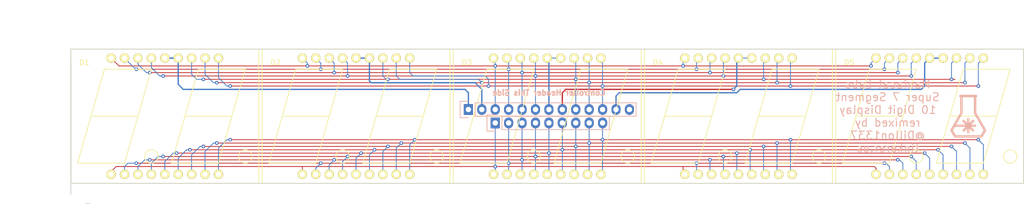
<source format=kicad_pcb>
(kicad_pcb (version 4) (host pcbnew 4.0.7)

  (general
    (links 90)
    (no_connects 0)
    (area 163.548287 45.814 356.779901 83.895001)
    (thickness 1.6)
    (drawings 16)
    (tracks 343)
    (zones 0)
    (modules 8)
    (nets 23)
  )

  (page A3)
  (layers
    (0 F.Cu signal)
    (31 B.Cu signal)
    (32 B.Adhes user)
    (33 F.Adhes user)
    (34 B.Paste user)
    (35 F.Paste user)
    (36 B.SilkS user)
    (37 F.SilkS user)
    (38 B.Mask user)
    (39 F.Mask user)
    (40 Dwgs.User user)
    (41 Cmts.User user)
    (42 Eco1.User user)
    (43 Eco2.User user)
    (44 Edge.Cuts user)
    (45 Margin user)
    (46 B.CrtYd user)
    (47 F.CrtYd user)
    (48 B.Fab user)
    (49 F.Fab user)
  )

  (setup
    (last_trace_width 0.1524)
    (trace_clearance 0.1524)
    (zone_clearance 0.508)
    (zone_45_only no)
    (trace_min 0.1524)
    (segment_width 0.2)
    (edge_width 0.15)
    (via_size 0.6858)
    (via_drill 0.3302)
    (via_min_size 0.6858)
    (via_min_drill 0.3302)
    (uvia_size 0.2794)
    (uvia_drill 0.1016)
    (uvias_allowed no)
    (uvia_min_size 0.2794)
    (uvia_min_drill 0.1016)
    (pcb_text_width 0.3)
    (pcb_text_size 1.5 1.5)
    (mod_edge_width 0.15)
    (mod_text_size 1 1)
    (mod_text_width 0.15)
    (pad_size 1.7272 2.032)
    (pad_drill 1.016)
    (pad_to_mask_clearance 0.2)
    (aux_axis_origin 0 0)
    (grid_origin 177.8 50.8)
    (visible_elements 7FFFFF7F)
    (pcbplotparams
      (layerselection 0x010f0_80000001)
      (usegerberextensions false)
      (excludeedgelayer true)
      (linewidth 0.100000)
      (plotframeref false)
      (viasonmask false)
      (mode 1)
      (useauxorigin false)
      (hpglpennumber 1)
      (hpglpenspeed 20)
      (hpglpendiameter 15)
      (hpglpenoverlay 2)
      (psnegative false)
      (psa4output false)
      (plotreference true)
      (plotvalue true)
      (plotinvisibletext false)
      (padsonsilk false)
      (subtractmaskfromsilk false)
      (outputformat 1)
      (mirror false)
      (drillshape 0)
      (scaleselection 1)
      (outputdirectory gerber/))
  )

  (net 0 "")
  (net 1 E1)
  (net 2 D1)
  (net 3 C1)
  (net 4 DP1)
  (net 5 E2)
  (net 6 D2)
  (net 7 G2)
  (net 8 C2)
  (net 9 DP2)
  (net 10 F1)
  (net 11 G1)
  (net 12 A1)
  (net 13 B1)
  (net 14 F2)
  (net 15 A2)
  (net 16 B2)
  (net 17 DIG1)
  (net 18 DIG2)
  (net 19 DIG3)
  (net 20 DIG4)
  (net 21 DIG5)
  (net 22 "Net-(P1-Pad13)")

  (net_class Default "This is the default net class."
    (clearance 0.1524)
    (trace_width 0.1524)
    (via_dia 0.6858)
    (via_drill 0.3302)
    (uvia_dia 0.2794)
    (uvia_drill 0.1016)
    (add_net A1)
    (add_net A2)
    (add_net B1)
    (add_net B2)
    (add_net C1)
    (add_net C2)
    (add_net D1)
    (add_net D2)
    (add_net DP1)
    (add_net DP2)
    (add_net E1)
    (add_net E2)
    (add_net F1)
    (add_net F2)
    (add_net G1)
    (add_net G2)
    (add_net "Net-(P1-Pad13)")
  )

  (net_class "LED Power" ""
    (clearance 0.1524)
    (trace_width 0.254)
    (via_dia 0.6858)
    (via_drill 0.3302)
    (uvia_dia 0.2794)
    (uvia_drill 0.1016)
    (add_net DIG1)
    (add_net DIG2)
    (add_net DIG3)
    (add_net DIG4)
    (add_net DIG5)
  )

  (module misc:logo_MLlabs_small (layer B.Cu) (tedit 0) (tstamp 586AFBB0)
    (at 346.075 67.31 180)
    (fp_text reference G*** (at 0 0 180) (layer B.SilkS) hide
      (effects (font (thickness 0.3)) (justify mirror))
    )
    (fp_text value LOGO (at 0.75 0 180) (layer B.SilkS) hide
      (effects (font (thickness 0.3)) (justify mirror))
    )
    (fp_poly (pts (xy 0.280132 4.064859) (xy 0.46933 4.064296) (xy 0.651803 4.063447) (xy 0.824802 4.062307)
      (xy 0.98558 4.060879) (xy 1.131388 4.059163) (xy 1.259478 4.057157) (xy 1.367101 4.054863)
      (xy 1.451511 4.052281) (xy 1.509958 4.049409) (xy 1.539694 4.046249) (xy 1.541045 4.045899)
      (xy 1.61465 4.010199) (xy 1.668272 3.957046) (xy 1.701256 3.892418) (xy 1.712948 3.822294)
      (xy 1.702692 3.752654) (xy 1.669833 3.689475) (xy 1.613717 3.638736) (xy 1.587218 3.624447)
      (xy 1.524819 3.595688) (xy 1.524409 2.113859) (xy 1.524 0.632031) (xy 1.951194 -0.108641)
      (xy 2.041737 -0.265615) (xy 2.144897 -0.444444) (xy 2.257416 -0.639483) (xy 2.376038 -0.84509)
      (xy 2.497507 -1.05562) (xy 2.618568 -1.265429) (xy 2.735963 -1.468874) (xy 2.846437 -1.660312)
      (xy 2.895756 -1.74577) (xy 2.984967 -1.900722) (xy 3.069309 -2.047946) (xy 3.147458 -2.185082)
      (xy 3.218089 -2.309771) (xy 3.279877 -2.419652) (xy 3.331497 -2.512365) (xy 3.371624 -2.585552)
      (xy 3.398934 -2.636852) (xy 3.412102 -2.663905) (xy 3.413125 -2.667254) (xy 3.405259 -2.687854)
      (xy 3.382954 -2.73233) (xy 3.348145 -2.797359) (xy 3.302767 -2.879615) (xy 3.248756 -2.975774)
      (xy 3.188047 -3.082511) (xy 3.122577 -3.196503) (xy 3.054279 -3.314423) (xy 2.985091 -3.432948)
      (xy 2.916948 -3.548754) (xy 2.851784 -3.658515) (xy 2.791537 -3.758906) (xy 2.738141 -3.846605)
      (xy 2.693532 -3.918285) (xy 2.659645 -3.970622) (xy 2.638416 -4.000292) (xy 2.634599 -4.004468)
      (xy 2.587124 -4.048125) (xy -2.587125 -4.048125) (xy -2.6346 -4.004468) (xy -2.651394 -3.982746)
      (xy -2.681461 -3.937288) (xy -2.722866 -3.87142) (xy -2.773675 -3.788466) (xy -2.83195 -3.691753)
      (xy -2.895758 -3.584605) (xy -2.963162 -3.470346) (xy -3.032228 -3.352303) (xy -3.101019 -3.2338)
      (xy -3.1676 -3.118163) (xy -3.230037 -3.008717) (xy -3.286392 -2.908786) (xy -3.334733 -2.821695)
      (xy -3.373121 -2.750771) (xy -3.399623 -2.699338) (xy -3.412303 -2.67072) (xy -3.413126 -2.666933)
      (xy -3.406861 -2.651738) (xy -2.908183 -2.651738) (xy -2.633492 -3.127681) (xy -2.358802 -3.603625)
      (xy 2.358654 -3.603625) (xy 2.633694 -3.126873) (xy 2.908735 -2.650121) (xy 2.800627 -2.464091)
      (xy 2.752108 -2.380084) (xy 2.701391 -2.291405) (xy 2.654699 -2.208982) (xy 2.620228 -2.147315)
      (xy 2.547937 -2.016567) (xy 0.532125 -2.016125) (xy 0.827748 -2.313781) (xy 0.907725 -2.394852)
      (xy 0.980741 -2.469905) (xy 1.043638 -2.535609) (xy 1.093257 -2.588634) (xy 1.12644 -2.62565)
      (xy 1.139732 -2.642697) (xy 1.147043 -2.68023) (xy 1.134704 -2.715316) (xy 1.109692 -2.75107)
      (xy 1.069306 -2.795828) (xy 1.020048 -2.84377) (xy 0.96842 -2.889074) (xy 0.920926 -2.925919)
      (xy 0.884067 -2.948484) (xy 0.86948 -2.95275) (xy 0.847132 -2.9422) (xy 0.805787 -2.910232)
      (xy 0.744908 -2.856363) (xy 0.66396 -2.780114) (xy 0.562408 -2.681002) (xy 0.52081 -2.639741)
      (xy 0.206375 -2.326732) (xy 0.206375 -2.761522) (xy 0.206186 -2.892308) (xy 0.20548 -2.995011)
      (xy 0.204051 -3.073296) (xy 0.201691 -3.13083) (xy 0.198191 -3.171276) (xy 0.193345 -3.198301)
      (xy 0.186944 -3.21557) (xy 0.180102 -3.225343) (xy 0.163266 -3.238829) (xy 0.137807 -3.247459)
      (xy 0.097181 -3.252237) (xy 0.034844 -3.254165) (xy -0.009246 -3.254375) (xy -0.082993 -3.253988)
      (xy -0.131948 -3.25182) (xy -0.163068 -3.24636) (xy -0.18331 -3.236094) (xy -0.19963 -3.219512)
      (xy -0.205947 -3.211627) (xy -0.216079 -3.19762) (xy -0.223883 -3.181895) (xy -0.229608 -3.160501)
      (xy -0.233503 -3.129484) (xy -0.235815 -3.084892) (xy -0.236793 -3.022771) (xy -0.236686 -2.93917)
      (xy -0.235741 -2.830136) (xy -0.23488 -2.751238) (xy -0.233664 -2.63983) (xy -0.232637 -2.539621)
      (xy -0.231836 -2.454754) (xy -0.2313 -2.389372) (xy -0.231063 -2.347619) (xy -0.231154 -2.333611)
      (xy -0.242126 -2.344389) (xy -0.272577 -2.374776) (xy -0.319606 -2.421863) (xy -0.380307 -2.482739)
      (xy -0.451779 -2.554496) (xy -0.531118 -2.634225) (xy -0.532779 -2.635894) (xy -0.614205 -2.716741)
      (xy -0.690054 -2.790133) (xy -0.75699 -2.852994) (xy -0.811678 -2.902247) (xy -0.850782 -2.934816)
      (xy -0.870663 -2.947556) (xy -0.891093 -2.948152) (xy -0.915531 -2.937567) (xy -0.948775 -2.912398)
      (xy -0.995625 -2.869244) (xy -1.033382 -2.83219) (xy -1.095633 -2.767657) (xy -1.135484 -2.719575)
      (xy -1.155419 -2.684681) (xy -1.158875 -2.667521) (xy -1.153549 -2.649558) (xy -1.136229 -2.622344)
      (xy -1.10491 -2.583608) (xy -1.057584 -2.531079) (xy -0.992243 -2.462484) (xy -0.90688 -2.375551)
      (xy -0.853434 -2.321867) (xy -0.547993 -2.016125) (xy -0.975443 -2.016125) (xy -1.114762 -2.016235)
      (xy -1.225588 -2.015593) (xy -1.311172 -2.012739) (xy -1.374762 -2.006213) (xy -1.419608 -1.994556)
      (xy -1.44896 -1.976308) (xy -1.466068 -1.950009) (xy -1.47418 -1.9142) (xy -1.476546 -1.86742)
      (xy -1.476417 -1.808211) (xy -1.476375 -1.791107) (xy -1.476751 -1.729737) (xy -1.475702 -1.68098)
      (xy -1.469967 -1.64339) (xy -1.456283 -1.615522) (xy -1.431389 -1.595933) (xy -1.392023 -1.583178)
      (xy -1.334922 -1.575811) (xy -1.256824 -1.572388) (xy -1.154468 -1.571465) (xy -1.024591 -1.571596)
      (xy -0.980804 -1.571625) (xy -0.548733 -1.571625) (xy -0.861742 -1.257189) (xy -0.951102 -1.166371)
      (xy -1.028596 -1.085517) (xy -1.091949 -1.017128) (xy -1.138886 -0.963706) (xy -1.167132 -0.927753)
      (xy -1.17475 -0.91299) (xy -1.163254 -0.886392) (xy -1.132729 -0.845976) (xy -1.089124 -0.797523)
      (xy -1.038387 -0.746817) (xy -0.986466 -0.699641) (xy -0.93931 -0.661778) (xy -0.902866 -0.63901)
      (xy -0.888823 -0.635) (xy -0.869893 -0.641738) (xy -0.838933 -0.663065) (xy -0.794064 -0.700648)
      (xy -0.73341 -0.756153) (xy -0.655092 -0.831247) (xy -0.557233 -0.927597) (xy -0.540655 -0.944083)
      (xy -0.230188 -1.253166) (xy -0.234866 -0.828775) (xy -0.236547 -0.690249) (xy -0.237206 -0.580203)
      (xy -0.235349 -0.495374) (xy -0.229485 -0.432496) (xy -0.218121 -0.388302) (xy -0.199764 -0.359528)
      (xy -0.172922 -0.342909) (xy -0.136103 -0.335179) (xy -0.087814 -0.333073) (xy -0.026564 -0.333325)
      (xy -0.008454 -0.333375) (xy 0.071777 -0.334496) (xy 0.126137 -0.338371) (xy 0.160445 -0.345763)
      (xy 0.180519 -0.357438) (xy 0.181428 -0.358321) (xy 0.188921 -0.369469) (xy 0.19478 -0.38854)
      (xy 0.199198 -0.419092) (xy 0.202365 -0.464686) (xy 0.204473 -0.528878) (xy 0.205714 -0.61523)
      (xy 0.206279 -0.727298) (xy 0.206375 -0.822142) (xy 0.206375 -1.261017) (xy 0.52081 -0.948008)
      (xy 0.624977 -0.84524) (xy 0.709018 -0.764457) (xy 0.774393 -0.704357) (xy 0.822558 -0.663639)
      (xy 0.854973 -0.641001) (xy 0.871435 -0.635) (xy 0.90364 -0.64705) (xy 0.951929 -0.681515)
      (xy 1.011031 -0.734218) (xy 1.077277 -0.800807) (xy 1.120369 -0.852289) (xy 1.142644 -0.892492)
      (xy 1.146437 -0.925242) (xy 1.139732 -0.945052) (xy 1.124448 -0.964412) (xy 1.089823 -1.002842)
      (xy 1.039016 -1.057013) (xy 0.975186 -1.123594) (xy 0.901491 -1.199256) (xy 0.827748 -1.273968)
      (xy 0.532125 -1.571625) (xy 2.288589 -1.571625) (xy 2.257294 -1.520031) (xy 2.222471 -1.461823)
      (xy 2.176078 -1.383049) (xy 2.119623 -1.286349) (xy 2.054614 -1.174365) (xy 1.982559 -1.049736)
      (xy 1.904966 -0.915105) (xy 1.823344 -0.773113) (xy 1.739201 -0.6264) (xy 1.654044 -0.477608)
      (xy 1.569382 -0.329378) (xy 1.486723 -0.184351) (xy 1.407576 -0.045167) (xy 1.333448 0.085532)
      (xy 1.265847 0.205104) (xy 1.206282 0.31091) (xy 1.15626 0.400307) (xy 1.117291 0.470655)
      (xy 1.090882 0.519312) (xy 1.07854 0.543639) (xy 1.077896 0.545341) (xy 1.075786 0.56837)
      (xy 1.073779 0.620989) (xy 1.071895 0.701038) (xy 1.070154 0.806357) (xy 1.068575 0.934788)
      (xy 1.067179 1.08417) (xy 1.065985 1.252344) (xy 1.065013 1.43715) (xy 1.064282 1.636427)
      (xy 1.063814 1.848017) (xy 1.063627 2.06976) (xy 1.063625 2.099364) (xy 1.063625 3.603625)
      (xy -1.063011 3.603625) (xy -1.071563 0.531813) (xy -1.415271 -0.0635) (xy -1.504982 -0.218868)
      (xy -1.604527 -0.391244) (xy -1.709479 -0.572961) (xy -1.81541 -0.756356) (xy -1.917894 -0.933764)
      (xy -2.012504 -1.097521) (xy -2.08006 -1.214437) (xy -2.225644 -1.466399) (xy -2.357143 -1.69405)
      (xy -2.474336 -1.89701) (xy -2.577005 -2.074897) (xy -2.664929 -2.227331) (xy -2.73789 -2.353931)
      (xy -2.795668 -2.454316) (xy -2.838043 -2.528107) (xy -2.864795 -2.574921) (xy -2.869919 -2.583962)
      (xy -2.908183 -2.651738) (xy -3.406861 -2.651738) (xy -3.405407 -2.648214) (xy -3.383339 -2.60501)
      (xy -3.348556 -2.540273) (xy -3.302689 -2.456953) (xy -3.247372 -2.357999) (xy -3.184237 -2.246362)
      (xy -3.114917 -2.124993) (xy -3.070081 -2.047074) (xy -2.983993 -1.89789) (xy -2.891116 -1.736959)
      (xy -2.795258 -1.570876) (xy -2.700224 -1.406236) (xy -2.609821 -1.249633) (xy -2.527855 -1.107663)
      (xy -2.461177 -0.992187) (xy -2.389938 -0.868821) (xy -2.306741 -0.724738) (xy -2.2155 -0.566716)
      (xy -2.12013 -0.401537) (xy -2.024545 -0.235979) (xy -1.932659 -0.076823) (xy -1.859659 0.049628)
      (xy -1.524 0.631069) (xy -1.52441 2.113378) (xy -1.52482 3.595688) (xy -1.587219 3.624447)
      (xy -1.652017 3.669134) (xy -1.693317 3.728451) (xy -1.711775 3.796419) (xy -1.708045 3.867059)
      (xy -1.682782 3.934394) (xy -1.636642 3.992443) (xy -1.570279 4.035229) (xy -1.541046 4.045899)
      (xy -1.514499 4.04909) (xy -1.458952 4.051991) (xy -1.377153 4.054604) (xy -1.271849 4.056929)
      (xy -1.145789 4.058965) (xy -1.001721 4.060712) (xy -0.842394 4.06217) (xy -0.670554 4.06334)
      (xy -0.488951 4.06422) (xy -0.300333 4.064813) (xy -0.107448 4.065117) (xy 0.086957 4.065132)
      (xy 0.280132 4.064859)) (layer B.SilkS) (width 0.01))
  )

  (module footprints:DC08 (layer F.Cu) (tedit 5866825B) (tstamp 5866727A)
    (at 193.9925 67.31)
    (path /585D6278)
    (fp_text reference D1 (at -15.24 -10.16) (layer F.SilkS)
      (effects (font (size 1 1) (thickness 0.15)))
    )
    (fp_text value DC08 (at 0 2.54) (layer F.Fab) hide
      (effects (font (size 1 1) (thickness 0.15)))
    )
    (fp_circle (center 15.24 7.62) (end 16.51 7.62) (layer F.SilkS) (width 0.15))
    (fp_line (start 3.81 0) (end 12.7 0) (layer F.SilkS) (width 0.15))
    (fp_line (start 6.35 -8.89) (end 15.24 -8.89) (layer F.SilkS) (width 0.15))
    (fp_line (start 15.24 -8.89) (end 10.16 8.89) (layer F.SilkS) (width 0.15))
    (fp_line (start 10.16 8.89) (end 1.27 8.89) (layer F.SilkS) (width 0.15))
    (fp_line (start 6.35 -8.89) (end 1.27 8.89) (layer F.SilkS) (width 0.15))
    (fp_circle (center -2.54 7.62) (end -2.54 8.89) (layer F.SilkS) (width 0.15))
    (fp_line (start -13.97 0) (end -11.43 -8.89) (layer F.SilkS) (width 0.15))
    (fp_line (start -11.43 -8.89) (end -2.54 -8.89) (layer F.SilkS) (width 0.15))
    (fp_line (start -2.54 -8.89) (end -5.08 0) (layer F.SilkS) (width 0.15))
    (fp_line (start -16.51 8.89) (end -13.97 0) (layer F.SilkS) (width 0.15))
    (fp_line (start -13.97 0) (end -5.08 0) (layer F.SilkS) (width 0.15))
    (fp_line (start -5.08 0) (end -7.62 8.89) (layer F.SilkS) (width 0.15))
    (fp_line (start -7.62 8.89) (end -16.51 8.89) (layer F.SilkS) (width 0.15))
    (fp_line (start -17.78 -12.7) (end -17.78 12.7) (layer F.SilkS) (width 0.15))
    (fp_line (start -17.78 12.7) (end 17.78 12.7) (layer F.SilkS) (width 0.15))
    (fp_line (start 17.78 12.7) (end 17.78 -12.7) (layer F.SilkS) (width 0.15))
    (fp_line (start -17.78 -12.7) (end 17.78 -12.7) (layer F.SilkS) (width 0.15))
    (pad 1 thru_hole circle (at -10.16 11) (size 1.778 1.778) (drill 1.016) (layers *.Cu *.Mask F.SilkS)
      (net 1 E1))
    (pad 2 thru_hole circle (at -7.62 11) (size 1.778 1.778) (drill 1.016) (layers *.Cu *.Mask F.SilkS)
      (net 2 D1))
    (pad 3 thru_hole circle (at -5.08 11) (size 1.778 1.778) (drill 1.016) (layers *.Cu *.Mask F.SilkS)
      (net 3 C1))
    (pad 4 thru_hole circle (at -2.54 11) (size 1.778 1.778) (drill 1.016) (layers *.Cu *.Mask F.SilkS)
      (net 4 DP1))
    (pad 5 thru_hole circle (at 0 11) (size 1.778 1.778) (drill 1.016) (layers *.Cu *.Mask F.SilkS)
      (net 5 E2))
    (pad 6 thru_hole circle (at 2.54 11) (size 1.778 1.778) (drill 1.016) (layers *.Cu *.Mask F.SilkS)
      (net 6 D2))
    (pad 7 thru_hole circle (at 5.08 11) (size 1.778 1.778) (drill 1.016) (layers *.Cu *.Mask F.SilkS)
      (net 7 G2))
    (pad 8 thru_hole circle (at 7.62 11) (size 1.778 1.778) (drill 1.016) (layers *.Cu *.Mask F.SilkS)
      (net 8 C2))
    (pad 9 thru_hole circle (at 10.16 11) (size 1.778 1.778) (drill 1.016) (layers *.Cu *.Mask F.SilkS)
      (net 9 DP2))
    (pad 18 thru_hole circle (at -10.16 -11) (size 1.778 1.778) (drill 1.016) (layers *.Cu *.Mask F.SilkS)
      (net 10 F1))
    (pad 17 thru_hole circle (at -7.62 -11) (size 1.778 1.778) (drill 1.016) (layers *.Cu *.Mask F.SilkS)
      (net 11 G1))
    (pad 16 thru_hole circle (at -5.08 -11) (size 1.778 1.778) (drill 1.016) (layers *.Cu *.Mask F.SilkS)
      (net 12 A1))
    (pad 15 thru_hole circle (at -2.54 -11) (size 1.778 1.778) (drill 1.016) (layers *.Cu *.Mask F.SilkS)
      (net 13 B1))
    (pad 14 thru_hole circle (at 0 -11) (size 1.778 1.778) (drill 1.016) (layers *.Cu *.Mask F.SilkS)
      (net 17 DIG1))
    (pad 13 thru_hole circle (at 2.54 -11) (size 1.778 1.778) (drill 1.016) (layers *.Cu *.Mask F.SilkS)
      (net 17 DIG1))
    (pad 12 thru_hole circle (at 5.08 -11) (size 1.778 1.778) (drill 1.016) (layers *.Cu *.Mask F.SilkS)
      (net 14 F2))
    (pad 11 thru_hole circle (at 7.62 -11) (size 1.778 1.778) (drill 1.016) (layers *.Cu *.Mask F.SilkS)
      (net 15 A2))
    (pad 10 thru_hole circle (at 10.16 -11) (size 1.778 1.778) (drill 1.016) (layers *.Cu *.Mask F.SilkS)
      (net 16 B2))
  )

  (module footprints:DC08 (layer F.Cu) (tedit 58668272) (tstamp 58667290)
    (at 230.1875 67.31)
    (path /585D6D9A)
    (fp_text reference D2 (at -15.24 -10.16) (layer F.SilkS)
      (effects (font (size 1 1) (thickness 0.15)))
    )
    (fp_text value DC08 (at 0 2.54) (layer F.Fab) hide
      (effects (font (size 1 1) (thickness 0.15)))
    )
    (fp_circle (center 15.24 7.62) (end 16.51 7.62) (layer F.SilkS) (width 0.15))
    (fp_line (start 3.81 0) (end 12.7 0) (layer F.SilkS) (width 0.15))
    (fp_line (start 6.35 -8.89) (end 15.24 -8.89) (layer F.SilkS) (width 0.15))
    (fp_line (start 15.24 -8.89) (end 10.16 8.89) (layer F.SilkS) (width 0.15))
    (fp_line (start 10.16 8.89) (end 1.27 8.89) (layer F.SilkS) (width 0.15))
    (fp_line (start 6.35 -8.89) (end 1.27 8.89) (layer F.SilkS) (width 0.15))
    (fp_circle (center -2.54 7.62) (end -2.54 8.89) (layer F.SilkS) (width 0.15))
    (fp_line (start -13.97 0) (end -11.43 -8.89) (layer F.SilkS) (width 0.15))
    (fp_line (start -11.43 -8.89) (end -2.54 -8.89) (layer F.SilkS) (width 0.15))
    (fp_line (start -2.54 -8.89) (end -5.08 0) (layer F.SilkS) (width 0.15))
    (fp_line (start -16.51 8.89) (end -13.97 0) (layer F.SilkS) (width 0.15))
    (fp_line (start -13.97 0) (end -5.08 0) (layer F.SilkS) (width 0.15))
    (fp_line (start -5.08 0) (end -7.62 8.89) (layer F.SilkS) (width 0.15))
    (fp_line (start -7.62 8.89) (end -16.51 8.89) (layer F.SilkS) (width 0.15))
    (fp_line (start -17.78 -12.7) (end -17.78 12.7) (layer F.SilkS) (width 0.15))
    (fp_line (start -17.78 12.7) (end 17.78 12.7) (layer F.SilkS) (width 0.15))
    (fp_line (start 17.78 12.7) (end 17.78 -12.7) (layer F.SilkS) (width 0.15))
    (fp_line (start -17.78 -12.7) (end 17.78 -12.7) (layer F.SilkS) (width 0.15))
    (pad 1 thru_hole circle (at -10.16 11) (size 1.778 1.778) (drill 1.016) (layers *.Cu *.Mask F.SilkS)
      (net 1 E1))
    (pad 2 thru_hole circle (at -7.62 11) (size 1.778 1.778) (drill 1.016) (layers *.Cu *.Mask F.SilkS)
      (net 2 D1))
    (pad 3 thru_hole circle (at -5.08 11) (size 1.778 1.778) (drill 1.016) (layers *.Cu *.Mask F.SilkS)
      (net 3 C1))
    (pad 4 thru_hole circle (at -2.54 11) (size 1.778 1.778) (drill 1.016) (layers *.Cu *.Mask F.SilkS)
      (net 4 DP1))
    (pad 5 thru_hole circle (at 0 11) (size 1.778 1.778) (drill 1.016) (layers *.Cu *.Mask F.SilkS)
      (net 5 E2))
    (pad 6 thru_hole circle (at 2.54 11) (size 1.778 1.778) (drill 1.016) (layers *.Cu *.Mask F.SilkS)
      (net 6 D2))
    (pad 7 thru_hole circle (at 5.08 11) (size 1.778 1.778) (drill 1.016) (layers *.Cu *.Mask F.SilkS)
      (net 7 G2))
    (pad 8 thru_hole circle (at 7.62 11) (size 1.778 1.778) (drill 1.016) (layers *.Cu *.Mask F.SilkS)
      (net 8 C2))
    (pad 9 thru_hole circle (at 10.16 11) (size 1.778 1.778) (drill 1.016) (layers *.Cu *.Mask F.SilkS)
      (net 9 DP2))
    (pad 18 thru_hole circle (at -10.16 -11) (size 1.778 1.778) (drill 1.016) (layers *.Cu *.Mask F.SilkS)
      (net 10 F1))
    (pad 17 thru_hole circle (at -7.62 -11) (size 1.778 1.778) (drill 1.016) (layers *.Cu *.Mask F.SilkS)
      (net 11 G1))
    (pad 16 thru_hole circle (at -5.08 -11) (size 1.778 1.778) (drill 1.016) (layers *.Cu *.Mask F.SilkS)
      (net 12 A1))
    (pad 15 thru_hole circle (at -2.54 -11) (size 1.778 1.778) (drill 1.016) (layers *.Cu *.Mask F.SilkS)
      (net 13 B1))
    (pad 14 thru_hole circle (at 0 -11) (size 1.778 1.778) (drill 1.016) (layers *.Cu *.Mask F.SilkS)
      (net 18 DIG2))
    (pad 13 thru_hole circle (at 2.54 -11) (size 1.778 1.778) (drill 1.016) (layers *.Cu *.Mask F.SilkS)
      (net 18 DIG2))
    (pad 12 thru_hole circle (at 5.08 -11) (size 1.778 1.778) (drill 1.016) (layers *.Cu *.Mask F.SilkS)
      (net 14 F2))
    (pad 11 thru_hole circle (at 7.62 -11) (size 1.778 1.778) (drill 1.016) (layers *.Cu *.Mask F.SilkS)
      (net 15 A2))
    (pad 10 thru_hole circle (at 10.16 -11) (size 1.778 1.778) (drill 1.016) (layers *.Cu *.Mask F.SilkS)
      (net 16 B2))
  )

  (module footprints:DC08 (layer F.Cu) (tedit 5866828C) (tstamp 586672A6)
    (at 266.3825 67.31)
    (path /585D8277)
    (fp_text reference D3 (at -15.24 -10.16) (layer F.SilkS)
      (effects (font (size 1 1) (thickness 0.15)))
    )
    (fp_text value DC08 (at 0 2.54) (layer F.Fab) hide
      (effects (font (size 1 1) (thickness 0.15)))
    )
    (fp_circle (center 15.24 7.62) (end 16.51 7.62) (layer F.SilkS) (width 0.15))
    (fp_line (start 3.81 0) (end 12.7 0) (layer F.SilkS) (width 0.15))
    (fp_line (start 6.35 -8.89) (end 15.24 -8.89) (layer F.SilkS) (width 0.15))
    (fp_line (start 15.24 -8.89) (end 10.16 8.89) (layer F.SilkS) (width 0.15))
    (fp_line (start 10.16 8.89) (end 1.27 8.89) (layer F.SilkS) (width 0.15))
    (fp_line (start 6.35 -8.89) (end 1.27 8.89) (layer F.SilkS) (width 0.15))
    (fp_circle (center -2.54 7.62) (end -2.54 8.89) (layer F.SilkS) (width 0.15))
    (fp_line (start -13.97 0) (end -11.43 -8.89) (layer F.SilkS) (width 0.15))
    (fp_line (start -11.43 -8.89) (end -2.54 -8.89) (layer F.SilkS) (width 0.15))
    (fp_line (start -2.54 -8.89) (end -5.08 0) (layer F.SilkS) (width 0.15))
    (fp_line (start -16.51 8.89) (end -13.97 0) (layer F.SilkS) (width 0.15))
    (fp_line (start -13.97 0) (end -5.08 0) (layer F.SilkS) (width 0.15))
    (fp_line (start -5.08 0) (end -7.62 8.89) (layer F.SilkS) (width 0.15))
    (fp_line (start -7.62 8.89) (end -16.51 8.89) (layer F.SilkS) (width 0.15))
    (fp_line (start -17.78 -12.7) (end -17.78 12.7) (layer F.SilkS) (width 0.15))
    (fp_line (start -17.78 12.7) (end 17.78 12.7) (layer F.SilkS) (width 0.15))
    (fp_line (start 17.78 12.7) (end 17.78 -12.7) (layer F.SilkS) (width 0.15))
    (fp_line (start -17.78 -12.7) (end 17.78 -12.7) (layer F.SilkS) (width 0.15))
    (pad 1 thru_hole circle (at -10.16 11) (size 1.778 1.778) (drill 1.016) (layers *.Cu *.Mask F.SilkS)
      (net 1 E1))
    (pad 2 thru_hole circle (at -7.62 11) (size 1.778 1.778) (drill 1.016) (layers *.Cu *.Mask F.SilkS)
      (net 2 D1))
    (pad 3 thru_hole circle (at -5.08 11) (size 1.778 1.778) (drill 1.016) (layers *.Cu *.Mask F.SilkS)
      (net 3 C1))
    (pad 4 thru_hole circle (at -2.54 11) (size 1.778 1.778) (drill 1.016) (layers *.Cu *.Mask F.SilkS)
      (net 4 DP1))
    (pad 5 thru_hole circle (at 0 11) (size 1.778 1.778) (drill 1.016) (layers *.Cu *.Mask F.SilkS)
      (net 5 E2))
    (pad 6 thru_hole circle (at 2.54 11) (size 1.778 1.778) (drill 1.016) (layers *.Cu *.Mask F.SilkS)
      (net 6 D2))
    (pad 7 thru_hole circle (at 5.08 11) (size 1.778 1.778) (drill 1.016) (layers *.Cu *.Mask F.SilkS)
      (net 7 G2))
    (pad 8 thru_hole circle (at 7.62 11) (size 1.778 1.778) (drill 1.016) (layers *.Cu *.Mask F.SilkS)
      (net 8 C2))
    (pad 9 thru_hole circle (at 10.16 11) (size 1.778 1.778) (drill 1.016) (layers *.Cu *.Mask F.SilkS)
      (net 9 DP2))
    (pad 18 thru_hole circle (at -10.16 -11) (size 1.778 1.778) (drill 1.016) (layers *.Cu *.Mask F.SilkS)
      (net 10 F1))
    (pad 17 thru_hole circle (at -7.62 -11) (size 1.778 1.778) (drill 1.016) (layers *.Cu *.Mask F.SilkS)
      (net 11 G1))
    (pad 16 thru_hole circle (at -5.08 -11) (size 1.778 1.778) (drill 1.016) (layers *.Cu *.Mask F.SilkS)
      (net 12 A1))
    (pad 15 thru_hole circle (at -2.54 -11) (size 1.778 1.778) (drill 1.016) (layers *.Cu *.Mask F.SilkS)
      (net 13 B1))
    (pad 14 thru_hole circle (at 0 -11) (size 1.778 1.778) (drill 1.016) (layers *.Cu *.Mask F.SilkS)
      (net 19 DIG3))
    (pad 13 thru_hole circle (at 2.54 -11) (size 1.778 1.778) (drill 1.016) (layers *.Cu *.Mask F.SilkS)
      (net 19 DIG3))
    (pad 12 thru_hole circle (at 5.08 -11) (size 1.778 1.778) (drill 1.016) (layers *.Cu *.Mask F.SilkS)
      (net 14 F2))
    (pad 11 thru_hole circle (at 7.62 -11) (size 1.778 1.778) (drill 1.016) (layers *.Cu *.Mask F.SilkS)
      (net 15 A2))
    (pad 10 thru_hole circle (at 10.16 -11) (size 1.778 1.778) (drill 1.016) (layers *.Cu *.Mask F.SilkS)
      (net 16 B2))
  )

  (module footprints:DC08 (layer F.Cu) (tedit 586682BC) (tstamp 586672BC)
    (at 302.5775 67.31)
    (path /585D829D)
    (fp_text reference D4 (at -15.24 -10.16) (layer F.SilkS)
      (effects (font (size 1 1) (thickness 0.15)))
    )
    (fp_text value DC08 (at 0 2.54) (layer F.Fab) hide
      (effects (font (size 1 1) (thickness 0.15)))
    )
    (fp_circle (center 15.24 7.62) (end 16.51 7.62) (layer F.SilkS) (width 0.15))
    (fp_line (start 3.81 0) (end 12.7 0) (layer F.SilkS) (width 0.15))
    (fp_line (start 6.35 -8.89) (end 15.24 -8.89) (layer F.SilkS) (width 0.15))
    (fp_line (start 15.24 -8.89) (end 10.16 8.89) (layer F.SilkS) (width 0.15))
    (fp_line (start 10.16 8.89) (end 1.27 8.89) (layer F.SilkS) (width 0.15))
    (fp_line (start 6.35 -8.89) (end 1.27 8.89) (layer F.SilkS) (width 0.15))
    (fp_circle (center -2.54 7.62) (end -2.54 8.89) (layer F.SilkS) (width 0.15))
    (fp_line (start -13.97 0) (end -11.43 -8.89) (layer F.SilkS) (width 0.15))
    (fp_line (start -11.43 -8.89) (end -2.54 -8.89) (layer F.SilkS) (width 0.15))
    (fp_line (start -2.54 -8.89) (end -5.08 0) (layer F.SilkS) (width 0.15))
    (fp_line (start -16.51 8.89) (end -13.97 0) (layer F.SilkS) (width 0.15))
    (fp_line (start -13.97 0) (end -5.08 0) (layer F.SilkS) (width 0.15))
    (fp_line (start -5.08 0) (end -7.62 8.89) (layer F.SilkS) (width 0.15))
    (fp_line (start -7.62 8.89) (end -16.51 8.89) (layer F.SilkS) (width 0.15))
    (fp_line (start -17.78 -12.7) (end -17.78 12.7) (layer F.SilkS) (width 0.15))
    (fp_line (start -17.78 12.7) (end 17.78 12.7) (layer F.SilkS) (width 0.15))
    (fp_line (start 17.78 12.7) (end 17.78 -12.7) (layer F.SilkS) (width 0.15))
    (fp_line (start -17.78 -12.7) (end 17.78 -12.7) (layer F.SilkS) (width 0.15))
    (pad 1 thru_hole circle (at -10.16 11) (size 1.778 1.778) (drill 1.016) (layers *.Cu *.Mask F.SilkS)
      (net 1 E1))
    (pad 2 thru_hole circle (at -7.62 11) (size 1.778 1.778) (drill 1.016) (layers *.Cu *.Mask F.SilkS)
      (net 2 D1))
    (pad 3 thru_hole circle (at -5.08 11) (size 1.778 1.778) (drill 1.016) (layers *.Cu *.Mask F.SilkS)
      (net 3 C1))
    (pad 4 thru_hole circle (at -2.54 11) (size 1.778 1.778) (drill 1.016) (layers *.Cu *.Mask F.SilkS)
      (net 4 DP1))
    (pad 5 thru_hole circle (at 0 11) (size 1.778 1.778) (drill 1.016) (layers *.Cu *.Mask F.SilkS)
      (net 5 E2))
    (pad 6 thru_hole circle (at 2.54 11) (size 1.778 1.778) (drill 1.016) (layers *.Cu *.Mask F.SilkS)
      (net 6 D2))
    (pad 7 thru_hole circle (at 5.08 11) (size 1.778 1.778) (drill 1.016) (layers *.Cu *.Mask F.SilkS)
      (net 7 G2))
    (pad 8 thru_hole circle (at 7.62 11) (size 1.778 1.778) (drill 1.016) (layers *.Cu *.Mask F.SilkS)
      (net 8 C2))
    (pad 9 thru_hole circle (at 10.16 11) (size 1.778 1.778) (drill 1.016) (layers *.Cu *.Mask F.SilkS)
      (net 9 DP2))
    (pad 18 thru_hole circle (at -10.16 -11) (size 1.778 1.778) (drill 1.016) (layers *.Cu *.Mask F.SilkS)
      (net 10 F1))
    (pad 17 thru_hole circle (at -7.62 -11) (size 1.778 1.778) (drill 1.016) (layers *.Cu *.Mask F.SilkS)
      (net 11 G1))
    (pad 16 thru_hole circle (at -5.08 -11) (size 1.778 1.778) (drill 1.016) (layers *.Cu *.Mask F.SilkS)
      (net 12 A1))
    (pad 15 thru_hole circle (at -2.54 -11) (size 1.778 1.778) (drill 1.016) (layers *.Cu *.Mask F.SilkS)
      (net 13 B1))
    (pad 14 thru_hole circle (at 0 -11) (size 1.778 1.778) (drill 1.016) (layers *.Cu *.Mask F.SilkS)
      (net 20 DIG4))
    (pad 13 thru_hole circle (at 2.54 -11) (size 1.778 1.778) (drill 1.016) (layers *.Cu *.Mask F.SilkS)
      (net 20 DIG4))
    (pad 12 thru_hole circle (at 5.08 -11) (size 1.778 1.778) (drill 1.016) (layers *.Cu *.Mask F.SilkS)
      (net 14 F2))
    (pad 11 thru_hole circle (at 7.62 -11) (size 1.778 1.778) (drill 1.016) (layers *.Cu *.Mask F.SilkS)
      (net 15 A2))
    (pad 10 thru_hole circle (at 10.16 -11) (size 1.778 1.778) (drill 1.016) (layers *.Cu *.Mask F.SilkS)
      (net 16 B2))
  )

  (module footprints:DC08 (layer F.Cu) (tedit 586682CF) (tstamp 586672D2)
    (at 338.7725 67.31)
    (path /585D8410)
    (fp_text reference D5 (at -15.24 -10.16) (layer F.SilkS)
      (effects (font (size 1 1) (thickness 0.15)))
    )
    (fp_text value DC08 (at 0 2.54) (layer F.Fab) hide
      (effects (font (size 1 1) (thickness 0.15)))
    )
    (fp_circle (center 15.24 7.62) (end 16.51 7.62) (layer F.SilkS) (width 0.15))
    (fp_line (start 3.81 0) (end 12.7 0) (layer F.SilkS) (width 0.15))
    (fp_line (start 6.35 -8.89) (end 15.24 -8.89) (layer F.SilkS) (width 0.15))
    (fp_line (start 15.24 -8.89) (end 10.16 8.89) (layer F.SilkS) (width 0.15))
    (fp_line (start 10.16 8.89) (end 1.27 8.89) (layer F.SilkS) (width 0.15))
    (fp_line (start 6.35 -8.89) (end 1.27 8.89) (layer F.SilkS) (width 0.15))
    (fp_circle (center -2.54 7.62) (end -2.54 8.89) (layer F.SilkS) (width 0.15))
    (fp_line (start -13.97 0) (end -11.43 -8.89) (layer F.SilkS) (width 0.15))
    (fp_line (start -11.43 -8.89) (end -2.54 -8.89) (layer F.SilkS) (width 0.15))
    (fp_line (start -2.54 -8.89) (end -5.08 0) (layer F.SilkS) (width 0.15))
    (fp_line (start -16.51 8.89) (end -13.97 0) (layer F.SilkS) (width 0.15))
    (fp_line (start -13.97 0) (end -5.08 0) (layer F.SilkS) (width 0.15))
    (fp_line (start -5.08 0) (end -7.62 8.89) (layer F.SilkS) (width 0.15))
    (fp_line (start -7.62 8.89) (end -16.51 8.89) (layer F.SilkS) (width 0.15))
    (fp_line (start -17.78 -12.7) (end -17.78 12.7) (layer F.SilkS) (width 0.15))
    (fp_line (start -17.78 12.7) (end 17.78 12.7) (layer F.SilkS) (width 0.15))
    (fp_line (start 17.78 12.7) (end 17.78 -12.7) (layer F.SilkS) (width 0.15))
    (fp_line (start -17.78 -12.7) (end 17.78 -12.7) (layer F.SilkS) (width 0.15))
    (pad 1 thru_hole circle (at -10.16 11) (size 1.778 1.778) (drill 1.016) (layers *.Cu *.Mask F.SilkS)
      (net 1 E1))
    (pad 2 thru_hole circle (at -7.62 11) (size 1.778 1.778) (drill 1.016) (layers *.Cu *.Mask F.SilkS)
      (net 2 D1))
    (pad 3 thru_hole circle (at -5.08 11) (size 1.778 1.778) (drill 1.016) (layers *.Cu *.Mask F.SilkS)
      (net 3 C1))
    (pad 4 thru_hole circle (at -2.54 11) (size 1.778 1.778) (drill 1.016) (layers *.Cu *.Mask F.SilkS)
      (net 4 DP1))
    (pad 5 thru_hole circle (at 0 11) (size 1.778 1.778) (drill 1.016) (layers *.Cu *.Mask F.SilkS)
      (net 5 E2))
    (pad 6 thru_hole circle (at 2.54 11) (size 1.778 1.778) (drill 1.016) (layers *.Cu *.Mask F.SilkS)
      (net 6 D2))
    (pad 7 thru_hole circle (at 5.08 11) (size 1.778 1.778) (drill 1.016) (layers *.Cu *.Mask F.SilkS)
      (net 7 G2))
    (pad 8 thru_hole circle (at 7.62 11) (size 1.778 1.778) (drill 1.016) (layers *.Cu *.Mask F.SilkS)
      (net 8 C2))
    (pad 9 thru_hole circle (at 10.16 11) (size 1.778 1.778) (drill 1.016) (layers *.Cu *.Mask F.SilkS)
      (net 9 DP2))
    (pad 18 thru_hole circle (at -10.16 -11) (size 1.778 1.778) (drill 1.016) (layers *.Cu *.Mask F.SilkS)
      (net 10 F1))
    (pad 17 thru_hole circle (at -7.62 -11) (size 1.778 1.778) (drill 1.016) (layers *.Cu *.Mask F.SilkS)
      (net 11 G1))
    (pad 16 thru_hole circle (at -5.08 -11) (size 1.778 1.778) (drill 1.016) (layers *.Cu *.Mask F.SilkS)
      (net 12 A1))
    (pad 15 thru_hole circle (at -2.54 -11) (size 1.778 1.778) (drill 1.016) (layers *.Cu *.Mask F.SilkS)
      (net 13 B1))
    (pad 14 thru_hole circle (at 0 -11) (size 1.778 1.778) (drill 1.016) (layers *.Cu *.Mask F.SilkS)
      (net 21 DIG5))
    (pad 13 thru_hole circle (at 2.54 -11) (size 1.778 1.778) (drill 1.016) (layers *.Cu *.Mask F.SilkS)
      (net 21 DIG5))
    (pad 12 thru_hole circle (at 5.08 -11) (size 1.778 1.778) (drill 1.016) (layers *.Cu *.Mask F.SilkS)
      (net 14 F2))
    (pad 11 thru_hole circle (at 7.62 -11) (size 1.778 1.778) (drill 1.016) (layers *.Cu *.Mask F.SilkS)
      (net 15 A2))
    (pad 10 thru_hole circle (at 10.16 -11) (size 1.778 1.778) (drill 1.016) (layers *.Cu *.Mask F.SilkS)
      (net 16 B2))
  )

  (module Socket_Strips:Socket_Strip_Straight_1x13 (layer B.Cu) (tedit 58670049) (tstamp 58667324)
    (at 251.46 66.04)
    (descr "Through hole socket strip")
    (tags "socket strip")
    (path /5867A85A)
    (fp_text reference P1 (at -2.54 0) (layer B.SilkS) hide
      (effects (font (size 1 1) (thickness 0.15)) (justify mirror))
    )
    (fp_text value CONN_01X13 (at 0 3.1) (layer B.Fab) hide
      (effects (font (size 1 1) (thickness 0.15)) (justify mirror))
    )
    (fp_line (start -1.75 1.75) (end -1.75 -1.75) (layer B.CrtYd) (width 0.05))
    (fp_line (start 32.25 1.75) (end 32.25 -1.75) (layer B.CrtYd) (width 0.05))
    (fp_line (start -1.75 1.75) (end 32.25 1.75) (layer B.CrtYd) (width 0.05))
    (fp_line (start -1.75 -1.75) (end 32.25 -1.75) (layer B.CrtYd) (width 0.05))
    (fp_line (start 1.27 1.27) (end 31.75 1.27) (layer B.SilkS) (width 0.15))
    (fp_line (start 31.75 1.27) (end 31.75 -1.27) (layer B.SilkS) (width 0.15))
    (fp_line (start 31.75 -1.27) (end 1.27 -1.27) (layer B.SilkS) (width 0.15))
    (fp_line (start -1.55 -1.55) (end 0 -1.55) (layer B.SilkS) (width 0.15))
    (fp_line (start 1.27 -1.27) (end 1.27 1.27) (layer B.SilkS) (width 0.15))
    (fp_line (start 0 1.55) (end -1.55 1.55) (layer B.SilkS) (width 0.15))
    (fp_line (start -1.55 1.55) (end -1.55 -1.55) (layer B.SilkS) (width 0.15))
    (pad 1 thru_hole rect (at 0 0) (size 1.7272 2.032) (drill 1.016) (layers *.Cu *.Mask)
      (net 17 DIG1))
    (pad 2 thru_hole oval (at 2.54 0) (size 1.7272 2.032) (drill 1.016) (layers *.Cu *.Mask)
      (net 18 DIG2))
    (pad 3 thru_hole oval (at 5.08 0) (size 1.7272 2.032) (drill 1.016) (layers *.Cu *.Mask)
      (net 10 F1))
    (pad 4 thru_hole oval (at 7.62 0) (size 1.7272 2.032) (drill 1.016) (layers *.Cu *.Mask)
      (net 11 G1))
    (pad 5 thru_hole oval (at 10.16 0) (size 1.7272 2.032) (drill 1.016) (layers *.Cu *.Mask)
      (net 12 A1))
    (pad 6 thru_hole oval (at 12.7 0) (size 1.7272 2.032) (drill 1.016) (layers *.Cu *.Mask)
      (net 13 B1))
    (pad 7 thru_hole oval (at 15.24 0) (size 1.7272 2.032) (drill 1.016) (layers *.Cu *.Mask)
      (net 19 DIG3))
    (pad 8 thru_hole oval (at 17.78 0) (size 1.7272 2.032) (drill 1.016) (layers *.Cu *.Mask)
      (net 20 DIG4))
    (pad 9 thru_hole oval (at 20.32 0) (size 1.7272 2.032) (drill 1.016) (layers *.Cu *.Mask)
      (net 14 F2))
    (pad 10 thru_hole oval (at 22.86 0) (size 1.7272 2.032) (drill 1.016) (layers *.Cu *.Mask)
      (net 15 A2))
    (pad 11 thru_hole oval (at 25.4 0) (size 1.7272 2.032) (drill 1.016) (layers *.Cu *.Mask)
      (net 16 B2))
    (pad 12 thru_hole oval (at 27.94 0) (size 1.7272 2.032) (drill 1.016) (layers *.Cu *.Mask)
      (net 21 DIG5))
    (pad 13 thru_hole oval (at 30.48 0) (size 1.7272 2.032) (drill 1.016) (layers *.Cu *.Mask)
      (net 22 "Net-(P1-Pad13)"))
    (model Socket_Strips.3dshapes/Socket_Strip_Straight_1x13.wrl
      (at (xyz 0.6 0 0))
      (scale (xyz 1 1 1))
      (rotate (xyz 0 0 180))
    )
  )

  (module Socket_Strips:Socket_Strip_Straight_1x09 (layer B.Cu) (tedit 5867005B) (tstamp 5866733C)
    (at 256.54 68.58)
    (descr "Through hole socket strip")
    (tags "socket strip")
    (path /5867A860)
    (fp_text reference P2 (at -2.54 0) (layer B.SilkS) hide
      (effects (font (size 1 1) (thickness 0.15)) (justify mirror))
    )
    (fp_text value CONN_01X09 (at 0 3.1) (layer B.Fab) hide
      (effects (font (size 1 1) (thickness 0.15)) (justify mirror))
    )
    (fp_line (start -1.75 1.75) (end -1.75 -1.75) (layer B.CrtYd) (width 0.05))
    (fp_line (start 22.1 1.75) (end 22.1 -1.75) (layer B.CrtYd) (width 0.05))
    (fp_line (start -1.75 1.75) (end 22.1 1.75) (layer B.CrtYd) (width 0.05))
    (fp_line (start -1.75 -1.75) (end 22.1 -1.75) (layer B.CrtYd) (width 0.05))
    (fp_line (start 1.27 -1.27) (end 21.59 -1.27) (layer B.SilkS) (width 0.15))
    (fp_line (start 21.59 -1.27) (end 21.59 1.27) (layer B.SilkS) (width 0.15))
    (fp_line (start 21.59 1.27) (end 1.27 1.27) (layer B.SilkS) (width 0.15))
    (fp_line (start -1.55 -1.55) (end 0 -1.55) (layer B.SilkS) (width 0.15))
    (fp_line (start 1.27 -1.27) (end 1.27 1.27) (layer B.SilkS) (width 0.15))
    (fp_line (start 0 1.55) (end -1.55 1.55) (layer B.SilkS) (width 0.15))
    (fp_line (start -1.55 1.55) (end -1.55 -1.55) (layer B.SilkS) (width 0.15))
    (pad 1 thru_hole rect (at 0 0) (size 1.7272 2.032) (drill 1.016) (layers *.Cu *.Mask)
      (net 1 E1))
    (pad 2 thru_hole oval (at 2.54 0) (size 1.7272 2.032) (drill 1.016) (layers *.Cu *.Mask)
      (net 2 D1))
    (pad 3 thru_hole oval (at 5.08 0) (size 1.7272 2.032) (drill 1.016) (layers *.Cu *.Mask)
      (net 3 C1))
    (pad 4 thru_hole oval (at 7.62 0) (size 1.7272 2.032) (drill 1.016) (layers *.Cu *.Mask)
      (net 4 DP1))
    (pad 5 thru_hole oval (at 10.16 0) (size 1.7272 2.032) (drill 1.016) (layers *.Cu *.Mask)
      (net 5 E2))
    (pad 6 thru_hole oval (at 12.7 0) (size 1.7272 2.032) (drill 1.016) (layers *.Cu *.Mask)
      (net 6 D2))
    (pad 7 thru_hole oval (at 15.24 0) (size 1.7272 2.032) (drill 1.016) (layers *.Cu *.Mask)
      (net 7 G2))
    (pad 8 thru_hole oval (at 17.78 0) (size 1.7272 2.032) (drill 1.016) (layers *.Cu *.Mask)
      (net 8 C2))
    (pad 9 thru_hole oval (at 20.32 0) (size 1.7272 2.032) (drill 1.016) (layers *.Cu *.Mask)
      (net 9 DP2))
    (model Socket_Strips.3dshapes/Socket_Strip_Straight_1x09.wrl
      (at (xyz 0.4 0 0))
      (scale (xyz 1 1 1))
      (rotate (xyz 0 0 180))
    )
  )

  (gr_line (start 356.5398 80.01) (end 356.5398 54.61) (angle 90) (layer Edge.Cuts) (width 0.15))
  (gr_line (start 176.1998 80.01) (end 176.276 80.01) (angle 90) (layer Edge.Cuts) (width 0.15))
  (gr_line (start 176.1998 54.61) (end 176.1998 80.01) (angle 90) (layer Edge.Cuts) (width 0.15))
  (gr_line (start 176.1998 54.61) (end 176.1998 54.5846) (angle 90) (layer Edge.Cuts) (width 0.15))
  (gr_line (start 356.5398 54.61) (end 176.1998 54.61) (angle 90) (layer Edge.Cuts) (width 0.15))
  (gr_line (start 176.2252 80.01) (end 356.5398 80.01) (angle 90) (layer Edge.Cuts) (width 0.15))
  (dimension 180.34 (width 0.3) (layer F.Fab)
    (gr_text "7.1000 in" (at 266.319 47.164) (layer F.Fab)
      (effects (font (size 1.5 1.5) (thickness 0.3)))
    )
    (feature1 (pts (xy 356.489 50.8) (xy 356.489 45.814)))
    (feature2 (pts (xy 176.149 50.8) (xy 176.149 45.814)))
    (crossbar (pts (xy 176.149 48.514) (xy 356.489 48.514)))
    (arrow1a (pts (xy 356.489 48.514) (xy 355.362496 49.100421)))
    (arrow1b (pts (xy 356.489 48.514) (xy 355.362496 47.927579)))
    (arrow2a (pts (xy 176.149 48.514) (xy 177.275504 49.100421)))
    (arrow2b (pts (xy 176.149 48.514) (xy 177.275504 47.927579)))
  )
  (dimension 25.4 (width 0.3) (layer F.Fab)
    (gr_text "1.0000 in" (at 169.084 67.31 270) (layer F.Fab)
      (effects (font (size 1.5 1.5) (thickness 0.3)))
    )
    (feature1 (pts (xy 176.276 80.01) (xy 167.734 80.01)))
    (feature2 (pts (xy 176.276 54.61) (xy 167.734 54.61)))
    (crossbar (pts (xy 170.434 54.61) (xy 170.434 80.01)))
    (arrow1a (pts (xy 170.434 80.01) (xy 169.847579 78.883496)))
    (arrow1b (pts (xy 170.434 80.01) (xy 171.020421 78.883496)))
    (arrow2a (pts (xy 170.434 54.61) (xy 169.847579 55.736504)))
    (arrow2b (pts (xy 170.434 54.61) (xy 171.020421 55.736504)))
  )
  (dimension 33.02 (width 0.3) (layer F.Fab)
    (gr_text "1.3000 in" (at 171.624 67.31 270) (layer F.Fab)
      (effects (font (size 1.5 1.5) (thickness 0.3)))
    )
    (feature1 (pts (xy 176.276 83.82) (xy 170.274 83.82)))
    (feature2 (pts (xy 176.276 50.8) (xy 170.274 50.8)))
    (crossbar (pts (xy 172.974 50.8) (xy 172.974 83.82)))
    (arrow1a (pts (xy 172.974 83.82) (xy 172.387579 82.693496)))
    (arrow1b (pts (xy 172.974 83.82) (xy 173.560421 82.693496)))
    (arrow2a (pts (xy 172.974 50.8) (xy 172.387579 51.926504)))
    (arrow2b (pts (xy 172.974 50.8) (xy 173.560421 51.926504)))
  )
  (gr_line (start 179.07 83.82) (end 179.705 83.82) (angle 90) (layer Edge.Cuts) (width 0.15))
  (gr_line (start 176.2125 82.169) (end 176.2125 78.105) (angle 90) (layer Edge.Cuts) (width 0.15))
  (gr_line (start 176.2125 62.23) (end 176.2125 57.15) (angle 90) (layer Edge.Cuts) (width 0.15))
  (gr_line (start 176.2125 72.39) (end 176.2125 78.105) (angle 90) (layer Edge.Cuts) (width 0.15))
  (gr_text "Controller Header This Side" (at 266.7 62.865) (layer B.SilkS) (tstamp 586AFC9A)
    (effects (font (size 1.016 1.016) (thickness 0.254)) (justify mirror))
  )
  (gr_text "Maniacal Labs\nSuper 7 Segment\n10 Digit Display\nremixed by\n@Dillon1337\ntinkerer.us" (at 330.835 67.31) (layer B.SilkS) (tstamp 586AFBCD)
    (effects (font (size 1.5 1.5) (thickness 0.2)) (justify mirror))
  )
  (gr_line (start 176.2125 62.23) (end 176.2125 72.39) (angle 90) (layer Edge.Cuts) (width 0.15))

  (segment (start 186.055 76.835) (end 184.785 76.835) (width 0.1524) (layer F.Cu) (net 1))
  (segment (start 220.0275 76.835) (end 186.055 76.835) (width 0.1524) (layer F.Cu) (net 1) (tstamp 58916AF5))
  (segment (start 184.785 76.835) (end 183.8325 77.7875) (width 0.1524) (layer F.Cu) (net 1) (tstamp 58916AFC))
  (segment (start 183.8325 77.7875) (end 183.8325 78.31) (width 0.1524) (layer F.Cu) (net 1) (tstamp 58916AFE))
  (segment (start 220.0275 76.835) (end 220.0275 78.31) (width 0.1524) (layer F.Cu) (net 1))
  (segment (start 328.295 76.835) (end 328.6125 77.1525) (width 0.1524) (layer F.Cu) (net 1))
  (segment (start 328.6125 77.1525) (end 328.6125 78.31) (width 0.1524) (layer F.Cu) (net 1) (tstamp 58916A7E))
  (segment (start 327.66 76.835) (end 328.295 76.835) (width 0.1524) (layer F.Cu) (net 1))
  (segment (start 292.1 78.31) (end 292.1 76.835) (width 0.1524) (layer F.Cu) (net 1))
  (segment (start 256.54 76.835) (end 256.54 78.31) (width 0.1524) (layer B.Cu) (net 1))
  (segment (start 256.54 68.58) (end 256.54 76.835) (width 0.1524) (layer B.Cu) (net 1))
  (via (at 256.54 76.835) (size 0.6858) (drill 0.3302) (layers F.Cu B.Cu) (net 1))
  (segment (start 327.66 76.835) (end 292.1 76.835) (width 0.1524) (layer F.Cu) (net 1) (tstamp 58668991))
  (segment (start 292.1 76.835) (end 256.54 76.835) (width 0.1524) (layer F.Cu) (net 1) (tstamp 586689E5))
  (segment (start 256.54 76.835) (end 220.98 76.835) (width 0.1524) (layer F.Cu) (net 1) (tstamp 58668915))
  (segment (start 220.98 76.835) (end 220.0275 76.835) (width 0.1524) (layer F.Cu) (net 1) (tstamp 58668A1F))
  (segment (start 188.595 76.2) (end 187.0075 76.2) (width 0.1524) (layer B.Cu) (net 2))
  (via (at 188.595 76.2) (size 0.6858) (drill 0.3302) (layers F.Cu B.Cu) (net 2))
  (segment (start 223.52 76.2) (end 188.595 76.2) (width 0.1524) (layer F.Cu) (net 2) (tstamp 58668A1B))
  (segment (start 186.3725 76.835) (end 186.3725 78.31) (width 0.1524) (layer B.Cu) (net 2) (tstamp 58916B1A))
  (segment (start 187.0075 76.2) (end 186.3725 76.835) (width 0.1524) (layer B.Cu) (net 2) (tstamp 58916B18))
  (segment (start 223.52 76.2) (end 222.5675 77.1525) (width 0.1524) (layer B.Cu) (net 2))
  (via (at 223.52 76.2) (size 0.6858) (drill 0.3302) (layers F.Cu B.Cu) (net 2))
  (segment (start 222.5675 77.1525) (end 222.5675 78.31) (width 0.1524) (layer B.Cu) (net 2) (tstamp 58916ADC))
  (segment (start 330.2 76.2) (end 330.5175 76.2) (width 0.1524) (layer B.Cu) (net 2))
  (via (at 330.2 76.2) (size 0.6858) (drill 0.3302) (layers F.Cu B.Cu) (net 2))
  (segment (start 331.1525 76.835) (end 331.1525 78.31) (width 0.1524) (layer B.Cu) (net 2) (tstamp 58916A82))
  (segment (start 330.5175 76.2) (end 331.1525 76.835) (width 0.1524) (layer B.Cu) (net 2) (tstamp 58916A81))
  (segment (start 294.64 78.31) (end 294.64 76.2) (width 0.1524) (layer B.Cu) (net 2))
  (via (at 294.64 76.2) (size 0.6858) (drill 0.3302) (layers F.Cu B.Cu) (net 2))
  (segment (start 259.08 76.2) (end 259.08 78.31) (width 0.1524) (layer B.Cu) (net 2))
  (segment (start 259.08 68.58) (end 259.08 76.2) (width 0.1524) (layer B.Cu) (net 2))
  (via (at 259.08 76.2) (size 0.6858) (drill 0.3302) (layers F.Cu B.Cu) (net 2))
  (segment (start 330.2 76.2) (end 294.64 76.2) (width 0.1524) (layer F.Cu) (net 2) (tstamp 5866898D))
  (segment (start 294.64 76.2) (end 259.08 76.2) (width 0.1524) (layer F.Cu) (net 2) (tstamp 586689E0))
  (segment (start 259.08 76.2) (end 223.52 76.2) (width 0.1524) (layer F.Cu) (net 2) (tstamp 5866891B))
  (segment (start 191.135 75.565) (end 190.1825 75.565) (width 0.1524) (layer B.Cu) (net 3))
  (via (at 191.135 75.565) (size 0.6858) (drill 0.3302) (layers F.Cu B.Cu) (net 3))
  (segment (start 226.06 75.565) (end 191.135 75.565) (width 0.1524) (layer F.Cu) (net 3) (tstamp 58668A15))
  (segment (start 188.9125 76.835) (end 188.9125 78.31) (width 0.1524) (layer B.Cu) (net 3) (tstamp 58916B20))
  (segment (start 190.1825 75.565) (end 188.9125 76.835) (width 0.1524) (layer B.Cu) (net 3) (tstamp 58916B1E))
  (segment (start 226.06 75.565) (end 225.1075 76.5175) (width 0.1524) (layer B.Cu) (net 3))
  (via (at 226.06 75.565) (size 0.6858) (drill 0.3302) (layers F.Cu B.Cu) (net 3))
  (segment (start 225.1075 76.5175) (end 225.1075 78.31) (width 0.1524) (layer B.Cu) (net 3) (tstamp 58916ADF))
  (segment (start 332.74 75.565) (end 333.0575 75.565) (width 0.1524) (layer B.Cu) (net 3))
  (via (at 332.74 75.565) (size 0.6858) (drill 0.3302) (layers F.Cu B.Cu) (net 3))
  (segment (start 333.6925 76.2) (end 333.6925 78.31) (width 0.1524) (layer B.Cu) (net 3) (tstamp 58916A87))
  (segment (start 333.0575 75.565) (end 333.6925 76.2) (width 0.1524) (layer B.Cu) (net 3) (tstamp 58916A86))
  (segment (start 297.18 78.31) (end 297.18 75.565) (width 0.1524) (layer B.Cu) (net 3))
  (via (at 297.18 75.565) (size 0.6858) (drill 0.3302) (layers F.Cu B.Cu) (net 3))
  (segment (start 261.62 75.565) (end 261.62 78.31) (width 0.1524) (layer B.Cu) (net 3))
  (segment (start 261.62 68.58) (end 261.62 75.565) (width 0.1524) (layer B.Cu) (net 3))
  (via (at 261.62 75.565) (size 0.6858) (drill 0.3302) (layers F.Cu B.Cu) (net 3))
  (segment (start 332.74 75.565) (end 297.18 75.565) (width 0.1524) (layer F.Cu) (net 3) (tstamp 58668987))
  (segment (start 297.18 75.565) (end 261.62 75.565) (width 0.1524) (layer F.Cu) (net 3) (tstamp 586689DA))
  (segment (start 261.62 75.565) (end 226.06 75.565) (width 0.1524) (layer F.Cu) (net 3) (tstamp 58668921))
  (segment (start 193.675 74.93) (end 192.7225 74.93) (width 0.1524) (layer B.Cu) (net 4))
  (via (at 193.675 74.93) (size 0.6858) (drill 0.3302) (layers F.Cu B.Cu) (net 4))
  (segment (start 228.6 74.93) (end 193.675 74.93) (width 0.1524) (layer F.Cu) (net 4) (tstamp 58668A0F))
  (segment (start 191.4525 76.2) (end 191.4525 78.31) (width 0.1524) (layer B.Cu) (net 4) (tstamp 58916B26))
  (segment (start 192.7225 74.93) (end 191.4525 76.2) (width 0.1524) (layer B.Cu) (net 4) (tstamp 58916B24))
  (segment (start 228.6 74.93) (end 227.6475 75.8825) (width 0.1524) (layer B.Cu) (net 4))
  (via (at 228.6 74.93) (size 0.6858) (drill 0.3302) (layers F.Cu B.Cu) (net 4))
  (segment (start 227.6475 75.8825) (end 227.6475 78.31) (width 0.1524) (layer B.Cu) (net 4) (tstamp 58916AE2))
  (segment (start 335.28 74.93) (end 336.2325 75.8825) (width 0.1524) (layer B.Cu) (net 4))
  (via (at 335.28 74.93) (size 0.6858) (drill 0.3302) (layers F.Cu B.Cu) (net 4))
  (segment (start 336.2325 75.8825) (end 336.2325 78.31) (width 0.1524) (layer B.Cu) (net 4) (tstamp 58916A8B))
  (segment (start 299.72 78.31) (end 299.72 74.93) (width 0.1524) (layer B.Cu) (net 4))
  (via (at 299.72 74.93) (size 0.6858) (drill 0.3302) (layers F.Cu B.Cu) (net 4))
  (segment (start 264.16 74.93) (end 264.16 78.31) (width 0.1524) (layer B.Cu) (net 4))
  (segment (start 264.16 68.58) (end 264.16 74.93) (width 0.1524) (layer B.Cu) (net 4))
  (via (at 264.16 74.93) (size 0.6858) (drill 0.3302) (layers F.Cu B.Cu) (net 4))
  (segment (start 335.28 74.93) (end 299.72 74.93) (width 0.1524) (layer F.Cu) (net 4) (tstamp 58668981))
  (segment (start 299.72 74.93) (end 264.16 74.93) (width 0.1524) (layer F.Cu) (net 4) (tstamp 586689D4))
  (segment (start 264.16 74.93) (end 228.6 74.93) (width 0.1524) (layer F.Cu) (net 4) (tstamp 58668927))
  (segment (start 196.215 74.295) (end 195.58 74.295) (width 0.1524) (layer B.Cu) (net 5))
  (via (at 196.215 74.295) (size 0.6858) (drill 0.3302) (layers F.Cu B.Cu) (net 5))
  (segment (start 231.14 74.295) (end 196.215 74.295) (width 0.1524) (layer F.Cu) (net 5) (tstamp 58668A09))
  (segment (start 193.9925 75.8825) (end 193.9925 78.31) (width 0.1524) (layer B.Cu) (net 5) (tstamp 58916B2C))
  (segment (start 195.58 74.295) (end 193.9925 75.8825) (width 0.1524) (layer B.Cu) (net 5) (tstamp 58916B2A))
  (segment (start 231.14 74.295) (end 230.1875 75.2475) (width 0.1524) (layer B.Cu) (net 5))
  (via (at 231.14 74.295) (size 0.6858) (drill 0.3302) (layers F.Cu B.Cu) (net 5))
  (segment (start 230.1875 75.2475) (end 230.1875 78.31) (width 0.1524) (layer B.Cu) (net 5) (tstamp 58916AE5))
  (segment (start 337.82 74.295) (end 338.7725 75.2475) (width 0.1524) (layer B.Cu) (net 5))
  (via (at 337.82 74.295) (size 0.6858) (drill 0.3302) (layers F.Cu B.Cu) (net 5))
  (segment (start 338.7725 75.2475) (end 338.7725 78.31) (width 0.1524) (layer B.Cu) (net 5) (tstamp 58916A8E))
  (segment (start 302.26 78.31) (end 302.26 74.295) (width 0.1524) (layer B.Cu) (net 5))
  (via (at 302.26 74.295) (size 0.6858) (drill 0.3302) (layers F.Cu B.Cu) (net 5))
  (segment (start 266.7 74.295) (end 266.7 78.31) (width 0.1524) (layer B.Cu) (net 5))
  (segment (start 266.7 68.58) (end 266.7 74.295) (width 0.1524) (layer B.Cu) (net 5))
  (via (at 266.7 74.295) (size 0.6858) (drill 0.3302) (layers F.Cu B.Cu) (net 5))
  (segment (start 337.82 74.295) (end 302.26 74.295) (width 0.1524) (layer F.Cu) (net 5) (tstamp 5866897B))
  (segment (start 302.26 74.295) (end 266.7 74.295) (width 0.1524) (layer F.Cu) (net 5) (tstamp 586689CB))
  (segment (start 266.7 74.295) (end 231.14 74.295) (width 0.1524) (layer F.Cu) (net 5) (tstamp 5866892D))
  (segment (start 198.755 73.66) (end 198.12 73.66) (width 0.1524) (layer B.Cu) (net 6))
  (via (at 198.755 73.66) (size 0.6858) (drill 0.3302) (layers F.Cu B.Cu) (net 6))
  (segment (start 233.68 73.66) (end 198.755 73.66) (width 0.1524) (layer F.Cu) (net 6) (tstamp 58668A01))
  (segment (start 196.5325 75.2475) (end 196.5325 78.31) (width 0.1524) (layer B.Cu) (net 6) (tstamp 58916B32))
  (segment (start 198.12 73.66) (end 196.5325 75.2475) (width 0.1524) (layer B.Cu) (net 6) (tstamp 58916B30))
  (segment (start 233.68 73.66) (end 232.7275 74.6125) (width 0.1524) (layer B.Cu) (net 6))
  (via (at 233.68 73.66) (size 0.6858) (drill 0.3302) (layers F.Cu B.Cu) (net 6))
  (segment (start 232.7275 74.6125) (end 232.7275 78.31) (width 0.1524) (layer B.Cu) (net 6) (tstamp 58916AE8))
  (segment (start 340.36 73.66) (end 341.3125 74.6125) (width 0.1524) (layer B.Cu) (net 6))
  (via (at 340.36 73.66) (size 0.6858) (drill 0.3302) (layers F.Cu B.Cu) (net 6))
  (segment (start 341.3125 74.6125) (end 341.3125 78.31) (width 0.1524) (layer B.Cu) (net 6) (tstamp 58916A91))
  (segment (start 304.8 78.31) (end 304.8 73.66) (width 0.1524) (layer B.Cu) (net 6))
  (via (at 304.8 73.66) (size 0.6858) (drill 0.3302) (layers F.Cu B.Cu) (net 6))
  (segment (start 269.24 73.66) (end 269.24 78.31) (width 0.1524) (layer B.Cu) (net 6))
  (segment (start 269.24 68.58) (end 269.24 73.66) (width 0.1524) (layer B.Cu) (net 6))
  (via (at 269.24 73.66) (size 0.6858) (drill 0.3302) (layers F.Cu B.Cu) (net 6))
  (segment (start 340.36 73.66) (end 304.8 73.66) (width 0.1524) (layer F.Cu) (net 6) (tstamp 58668975))
  (segment (start 304.8 73.66) (end 269.24 73.66) (width 0.1524) (layer F.Cu) (net 6) (tstamp 586689C5))
  (segment (start 269.24 73.66) (end 233.68 73.66) (width 0.1524) (layer F.Cu) (net 6) (tstamp 58668934))
  (segment (start 201.295 73.025) (end 200.66 73.025) (width 0.1524) (layer B.Cu) (net 7))
  (via (at 201.295 73.025) (size 0.6858) (drill 0.3302) (layers F.Cu B.Cu) (net 7))
  (segment (start 236.22 73.025) (end 201.295 73.025) (width 0.1524) (layer F.Cu) (net 7) (tstamp 586689FB))
  (segment (start 199.0725 74.6125) (end 199.0725 78.31) (width 0.1524) (layer B.Cu) (net 7) (tstamp 58916B38))
  (segment (start 200.66 73.025) (end 199.0725 74.6125) (width 0.1524) (layer B.Cu) (net 7) (tstamp 58916B36))
  (segment (start 236.22 73.025) (end 235.2675 73.9775) (width 0.1524) (layer B.Cu) (net 7))
  (via (at 236.22 73.025) (size 0.6858) (drill 0.3302) (layers F.Cu B.Cu) (net 7))
  (segment (start 235.2675 73.9775) (end 235.2675 78.31) (width 0.1524) (layer B.Cu) (net 7) (tstamp 58916AEB))
  (segment (start 342.9 73.025) (end 343.8525 73.9775) (width 0.1524) (layer B.Cu) (net 7))
  (via (at 342.9 73.025) (size 0.6858) (drill 0.3302) (layers F.Cu B.Cu) (net 7))
  (segment (start 343.8525 73.9775) (end 343.8525 78.31) (width 0.1524) (layer B.Cu) (net 7) (tstamp 58916A94))
  (segment (start 307.34 78.31) (end 307.34 73.025) (width 0.1524) (layer B.Cu) (net 7))
  (via (at 307.34 73.025) (size 0.6858) (drill 0.3302) (layers F.Cu B.Cu) (net 7))
  (segment (start 271.78 73.025) (end 271.78 78.31) (width 0.1524) (layer B.Cu) (net 7))
  (segment (start 271.78 68.58) (end 271.78 73.025) (width 0.1524) (layer B.Cu) (net 7))
  (via (at 271.78 73.025) (size 0.6858) (drill 0.3302) (layers F.Cu B.Cu) (net 7))
  (segment (start 342.9 73.025) (end 307.34 73.025) (width 0.1524) (layer F.Cu) (net 7) (tstamp 5866896F))
  (segment (start 307.34 73.025) (end 271.78 73.025) (width 0.1524) (layer F.Cu) (net 7) (tstamp 586689BF))
  (segment (start 271.78 73.025) (end 236.22 73.025) (width 0.1524) (layer F.Cu) (net 7) (tstamp 5866893A))
  (segment (start 203.835 72.39) (end 203.2 72.39) (width 0.1524) (layer B.Cu) (net 8))
  (via (at 203.835 72.39) (size 0.6858) (drill 0.3302) (layers F.Cu B.Cu) (net 8))
  (segment (start 238.76 72.39) (end 203.835 72.39) (width 0.1524) (layer F.Cu) (net 8) (tstamp 586689F5))
  (segment (start 201.6125 73.9775) (end 201.6125 78.31) (width 0.1524) (layer B.Cu) (net 8) (tstamp 58916B3E))
  (segment (start 203.2 72.39) (end 201.6125 73.9775) (width 0.1524) (layer B.Cu) (net 8) (tstamp 58916B3C))
  (segment (start 238.76 72.39) (end 237.8075 73.3425) (width 0.1524) (layer B.Cu) (net 8))
  (via (at 238.76 72.39) (size 0.6858) (drill 0.3302) (layers F.Cu B.Cu) (net 8))
  (segment (start 237.8075 73.3425) (end 237.8075 78.31) (width 0.1524) (layer B.Cu) (net 8) (tstamp 58916AEE))
  (segment (start 345.44 72.39) (end 346.3925 73.3425) (width 0.1524) (layer B.Cu) (net 8))
  (via (at 345.44 72.39) (size 0.6858) (drill 0.3302) (layers F.Cu B.Cu) (net 8))
  (segment (start 346.3925 73.3425) (end 346.3925 78.31) (width 0.1524) (layer B.Cu) (net 8) (tstamp 58916A97))
  (segment (start 309.88 78.31) (end 309.88 72.39) (width 0.1524) (layer B.Cu) (net 8))
  (via (at 309.88 72.39) (size 0.6858) (drill 0.3302) (layers F.Cu B.Cu) (net 8))
  (segment (start 274.32 72.39) (end 274.32 78.31) (width 0.1524) (layer B.Cu) (net 8))
  (segment (start 274.32 68.58) (end 274.32 72.39) (width 0.1524) (layer B.Cu) (net 8))
  (via (at 274.32 72.39) (size 0.6858) (drill 0.3302) (layers F.Cu B.Cu) (net 8))
  (segment (start 345.44 72.39) (end 309.88 72.39) (width 0.1524) (layer F.Cu) (net 8) (tstamp 58668969))
  (segment (start 309.88 72.39) (end 274.32 72.39) (width 0.1524) (layer F.Cu) (net 8) (tstamp 586689B9))
  (segment (start 274.32 72.39) (end 238.76 72.39) (width 0.1524) (layer F.Cu) (net 8) (tstamp 58668940))
  (segment (start 206.375 71.755) (end 205.74 71.755) (width 0.1524) (layer B.Cu) (net 9))
  (via (at 206.375 71.755) (size 0.6858) (drill 0.3302) (layers F.Cu B.Cu) (net 9))
  (segment (start 241.3 71.755) (end 206.375 71.755) (width 0.1524) (layer F.Cu) (net 9) (tstamp 586689EF))
  (segment (start 204.1525 73.3425) (end 204.1525 78.31) (width 0.1524) (layer B.Cu) (net 9) (tstamp 58916B44))
  (segment (start 205.74 71.755) (end 204.1525 73.3425) (width 0.1524) (layer B.Cu) (net 9) (tstamp 58916B42))
  (segment (start 241.3 71.755) (end 240.3475 72.7075) (width 0.1524) (layer B.Cu) (net 9))
  (via (at 241.3 71.755) (size 0.6858) (drill 0.3302) (layers F.Cu B.Cu) (net 9))
  (segment (start 240.3475 72.7075) (end 240.3475 78.31) (width 0.1524) (layer B.Cu) (net 9) (tstamp 58916AF1))
  (segment (start 347.98 71.755) (end 348.9325 72.7075) (width 0.1524) (layer B.Cu) (net 9))
  (via (at 347.98 71.755) (size 0.6858) (drill 0.3302) (layers F.Cu B.Cu) (net 9))
  (segment (start 348.9325 72.7075) (end 348.9325 78.31) (width 0.1524) (layer B.Cu) (net 9) (tstamp 58916A9A))
  (segment (start 312.42 78.31) (end 312.42 71.755) (width 0.1524) (layer B.Cu) (net 9))
  (via (at 312.42 71.755) (size 0.6858) (drill 0.3302) (layers F.Cu B.Cu) (net 9))
  (segment (start 276.86 68.58) (end 276.86 71.755) (width 0.1524) (layer B.Cu) (net 9))
  (segment (start 276.86 71.755) (end 276.86 78.31) (width 0.1524) (layer B.Cu) (net 9))
  (via (at 276.86 71.755) (size 0.6858) (drill 0.3302) (layers F.Cu B.Cu) (net 9))
  (segment (start 347.98 71.755) (end 312.42 71.755) (width 0.1524) (layer F.Cu) (net 9) (tstamp 58668962))
  (segment (start 312.42 71.755) (end 276.86 71.755) (width 0.1524) (layer F.Cu) (net 9) (tstamp 586689B2))
  (segment (start 276.86 71.755) (end 241.3 71.755) (width 0.1524) (layer F.Cu) (net 9) (tstamp 58668946))
  (segment (start 186.055 57.785) (end 185.3075 57.785) (width 0.1524) (layer F.Cu) (net 10))
  (segment (start 220.98 57.785) (end 186.055 57.785) (width 0.1524) (layer F.Cu) (net 10) (tstamp 5867016B))
  (segment (start 185.3075 57.785) (end 183.8325 56.31) (width 0.1524) (layer F.Cu) (net 10) (tstamp 58916B80))
  (segment (start 220.98 57.785) (end 220.98 57.2625) (width 0.1524) (layer B.Cu) (net 10))
  (via (at 220.98 57.785) (size 0.6858) (drill 0.3302) (layers F.Cu B.Cu) (net 10))
  (segment (start 220.98 57.2625) (end 220.0275 56.31) (width 0.1524) (layer B.Cu) (net 10) (tstamp 58916AC2))
  (segment (start 327.66 57.785) (end 327.66 57.2625) (width 0.1524) (layer B.Cu) (net 10))
  (via (at 327.66 57.785) (size 0.6858) (drill 0.3302) (layers F.Cu B.Cu) (net 10))
  (segment (start 327.66 57.2625) (end 328.6125 56.31) (width 0.1524) (layer B.Cu) (net 10) (tstamp 589169C1))
  (segment (start 292.1 56.31) (end 292.1 57.785) (width 0.1524) (layer B.Cu) (net 10))
  (via (at 292.1 57.785) (size 0.6858) (drill 0.3302) (layers F.Cu B.Cu) (net 10))
  (segment (start 256.54 57.785) (end 256.54 56.31) (width 0.1524) (layer B.Cu) (net 10))
  (segment (start 256.54 66.04) (end 256.54 57.785) (width 0.1524) (layer B.Cu) (net 10))
  (via (at 256.54 57.785) (size 0.6858) (drill 0.3302) (layers F.Cu B.Cu) (net 10))
  (segment (start 327.66 57.785) (end 292.1 57.785) (width 0.1524) (layer F.Cu) (net 10) (tstamp 586701AA))
  (segment (start 292.1 57.785) (end 256.54 57.785) (width 0.1524) (layer F.Cu) (net 10) (tstamp 586701D6))
  (segment (start 256.54 57.785) (end 220.98 57.785) (width 0.1524) (layer F.Cu) (net 10) (tstamp 58668B54))
  (segment (start 188.595 58.42) (end 188.4825 58.42) (width 0.1524) (layer B.Cu) (net 11))
  (segment (start 223.52 58.42) (end 188.595 58.42) (width 0.1524) (layer F.Cu) (net 11) (tstamp 58670172))
  (via (at 188.595 58.42) (size 0.6858) (drill 0.3302) (layers F.Cu B.Cu) (net 11))
  (segment (start 188.4825 58.42) (end 186.3725 56.31) (width 0.1524) (layer B.Cu) (net 11) (tstamp 58916B7D))
  (segment (start 223.52 58.42) (end 223.52 57.2625) (width 0.1524) (layer B.Cu) (net 11))
  (via (at 223.52 58.42) (size 0.6858) (drill 0.3302) (layers F.Cu B.Cu) (net 11))
  (segment (start 223.52 57.2625) (end 222.5675 56.31) (width 0.1524) (layer B.Cu) (net 11) (tstamp 58916AC6))
  (segment (start 330.2 58.42) (end 330.2 57.2625) (width 0.1524) (layer B.Cu) (net 11))
  (via (at 330.2 58.42) (size 0.6858) (drill 0.3302) (layers F.Cu B.Cu) (net 11))
  (segment (start 330.2 57.2625) (end 331.1525 56.31) (width 0.1524) (layer B.Cu) (net 11) (tstamp 589169C4))
  (segment (start 294.64 56.31) (end 294.64 58.42) (width 0.1524) (layer B.Cu) (net 11))
  (via (at 294.64 58.42) (size 0.6858) (drill 0.3302) (layers F.Cu B.Cu) (net 11))
  (segment (start 259.08 58.42) (end 259.08 56.31) (width 0.1524) (layer B.Cu) (net 11))
  (segment (start 259.08 66.04) (end 259.08 58.42) (width 0.1524) (layer B.Cu) (net 11))
  (via (at 259.08 58.42) (size 0.6858) (drill 0.3302) (layers F.Cu B.Cu) (net 11))
  (segment (start 330.2 58.42) (end 294.64 58.42) (width 0.1524) (layer F.Cu) (net 11) (tstamp 586701B0))
  (segment (start 294.64 58.42) (end 259.08 58.42) (width 0.1524) (layer F.Cu) (net 11) (tstamp 586701DC))
  (segment (start 259.08 58.42) (end 223.52 58.42) (width 0.1524) (layer F.Cu) (net 11) (tstamp 58668B5B))
  (segment (start 191.135 59.055) (end 190.5 59.055) (width 0.1524) (layer B.Cu) (net 12))
  (segment (start 226.06 59.055) (end 191.135 59.055) (width 0.1524) (layer F.Cu) (net 12) (tstamp 58670178))
  (via (at 191.135 59.055) (size 0.6858) (drill 0.3302) (layers F.Cu B.Cu) (net 12))
  (segment (start 188.9125 57.4675) (end 188.9125 56.31) (width 0.1524) (layer B.Cu) (net 12) (tstamp 58916B79))
  (segment (start 190.5 59.055) (end 188.9125 57.4675) (width 0.1524) (layer B.Cu) (net 12) (tstamp 58916B77))
  (segment (start 226.06 59.055) (end 226.06 57.2625) (width 0.1524) (layer B.Cu) (net 12))
  (via (at 226.06 59.055) (size 0.6858) (drill 0.3302) (layers F.Cu B.Cu) (net 12))
  (segment (start 226.06 57.2625) (end 225.1075 56.31) (width 0.1524) (layer B.Cu) (net 12) (tstamp 58916ACA))
  (segment (start 332.74 59.055) (end 332.74 57.2625) (width 0.1524) (layer B.Cu) (net 12))
  (via (at 332.74 59.055) (size 0.6858) (drill 0.3302) (layers F.Cu B.Cu) (net 12))
  (segment (start 332.74 57.2625) (end 333.6925 56.31) (width 0.1524) (layer B.Cu) (net 12) (tstamp 589169C8))
  (segment (start 297.18 56.31) (end 297.18 59.055) (width 0.1524) (layer B.Cu) (net 12))
  (via (at 297.18 59.055) (size 0.6858) (drill 0.3302) (layers F.Cu B.Cu) (net 12))
  (segment (start 261.62 59.055) (end 261.62 56.31) (width 0.1524) (layer B.Cu) (net 12))
  (segment (start 261.62 66.04) (end 261.62 59.055) (width 0.1524) (layer B.Cu) (net 12))
  (via (at 261.62 59.055) (size 0.6858) (drill 0.3302) (layers F.Cu B.Cu) (net 12))
  (segment (start 332.74 59.055) (end 297.18 59.055) (width 0.1524) (layer F.Cu) (net 12) (tstamp 586701B6))
  (segment (start 297.18 59.055) (end 261.62 59.055) (width 0.1524) (layer F.Cu) (net 12) (tstamp 586701E2))
  (segment (start 261.62 59.055) (end 226.06 59.055) (width 0.1524) (layer F.Cu) (net 12) (tstamp 58668B61))
  (segment (start 193.675 59.69) (end 193.04 59.69) (width 0.1524) (layer B.Cu) (net 13))
  (segment (start 228.6 59.69) (end 193.675 59.69) (width 0.1524) (layer F.Cu) (net 13) (tstamp 5867017E))
  (via (at 193.675 59.69) (size 0.6858) (drill 0.3302) (layers F.Cu B.Cu) (net 13))
  (segment (start 191.4525 58.1025) (end 191.4525 56.31) (width 0.1524) (layer B.Cu) (net 13) (tstamp 58916B73))
  (segment (start 193.04 59.69) (end 191.4525 58.1025) (width 0.1524) (layer B.Cu) (net 13) (tstamp 58916B71))
  (segment (start 228.6 59.69) (end 228.6 57.2625) (width 0.1524) (layer B.Cu) (net 13))
  (via (at 228.6 59.69) (size 0.6858) (drill 0.3302) (layers F.Cu B.Cu) (net 13))
  (segment (start 228.6 57.2625) (end 227.6475 56.31) (width 0.1524) (layer B.Cu) (net 13) (tstamp 58916ACE))
  (segment (start 335.28 59.69) (end 335.28 57.2625) (width 0.1524) (layer B.Cu) (net 13))
  (via (at 335.28 59.69) (size 0.6858) (drill 0.3302) (layers F.Cu B.Cu) (net 13))
  (segment (start 335.28 57.2625) (end 336.2325 56.31) (width 0.1524) (layer B.Cu) (net 13) (tstamp 589169CC))
  (segment (start 299.72 56.31) (end 299.72 59.69) (width 0.1524) (layer B.Cu) (net 13))
  (via (at 299.72 59.69) (size 0.6858) (drill 0.3302) (layers F.Cu B.Cu) (net 13))
  (segment (start 264.16 59.69) (end 264.16 56.31) (width 0.1524) (layer B.Cu) (net 13))
  (segment (start 264.16 66.04) (end 264.16 59.69) (width 0.1524) (layer B.Cu) (net 13))
  (via (at 264.16 59.69) (size 0.6858) (drill 0.3302) (layers F.Cu B.Cu) (net 13))
  (segment (start 335.28 59.69) (end 299.72 59.69) (width 0.1524) (layer F.Cu) (net 13) (tstamp 586701BC))
  (segment (start 299.72 59.69) (end 264.16 59.69) (width 0.1524) (layer F.Cu) (net 13) (tstamp 586701E8))
  (segment (start 264.16 59.69) (end 228.6 59.69) (width 0.1524) (layer F.Cu) (net 13) (tstamp 58668B67))
  (segment (start 201.295 60.325) (end 200.025 60.325) (width 0.1524) (layer B.Cu) (net 14))
  (segment (start 236.22 60.325) (end 201.295 60.325) (width 0.1524) (layer F.Cu) (net 14) (tstamp 58670184))
  (via (at 201.295 60.325) (size 0.6858) (drill 0.3302) (layers F.Cu B.Cu) (net 14))
  (segment (start 199.0725 59.3725) (end 199.0725 56.31) (width 0.1524) (layer B.Cu) (net 14) (tstamp 58916B68))
  (segment (start 200.025 60.325) (end 199.0725 59.3725) (width 0.1524) (layer B.Cu) (net 14) (tstamp 58916B66))
  (segment (start 236.22 60.325) (end 235.9025 60.325) (width 0.1524) (layer B.Cu) (net 14))
  (via (at 236.22 60.325) (size 0.6858) (drill 0.3302) (layers F.Cu B.Cu) (net 14))
  (segment (start 235.2675 59.69) (end 235.2675 56.31) (width 0.1524) (layer B.Cu) (net 14) (tstamp 58916AAE))
  (segment (start 235.9025 60.325) (end 235.2675 59.69) (width 0.1524) (layer B.Cu) (net 14) (tstamp 58916AAD))
  (segment (start 342.9 60.325) (end 342.9 57.2625) (width 0.1524) (layer B.Cu) (net 14))
  (via (at 342.9 60.325) (size 0.6858) (drill 0.3302) (layers F.Cu B.Cu) (net 14))
  (segment (start 342.9 57.2625) (end 343.8525 56.31) (width 0.1524) (layer B.Cu) (net 14) (tstamp 589169D6))
  (segment (start 307.34 56.31) (end 307.34 60.325) (width 0.1524) (layer B.Cu) (net 14))
  (via (at 307.34 60.325) (size 0.6858) (drill 0.3302) (layers F.Cu B.Cu) (net 14))
  (segment (start 342.9 60.325) (end 343.535 60.325) (width 0.1524) (layer F.Cu) (net 14) (tstamp 586701C0))
  (segment (start 343.535 60.325) (end 342.9 60.325) (width 0.1524) (layer F.Cu) (net 14) (tstamp 586701C1))
  (segment (start 271.78 60.325) (end 271.78 56.31) (width 0.1524) (layer B.Cu) (net 14))
  (segment (start 271.78 66.04) (end 271.78 60.325) (width 0.1524) (layer B.Cu) (net 14))
  (via (at 271.78 60.325) (size 0.6858) (drill 0.3302) (layers F.Cu B.Cu) (net 14))
  (segment (start 342.9 60.325) (end 307.34 60.325) (width 0.1524) (layer F.Cu) (net 14) (tstamp 586701C4))
  (segment (start 307.34 60.325) (end 271.78 60.325) (width 0.1524) (layer F.Cu) (net 14) (tstamp 586701EE))
  (segment (start 271.78 60.325) (end 236.22 60.325) (width 0.1524) (layer F.Cu) (net 14) (tstamp 58668B72))
  (segment (start 203.835 60.96) (end 203.2 60.96) (width 0.1524) (layer B.Cu) (net 15))
  (segment (start 254 60.96) (end 203.835 60.96) (width 0.1524) (layer F.Cu) (net 15) (tstamp 58670194))
  (via (at 203.835 60.96) (size 0.6858) (drill 0.3302) (layers F.Cu B.Cu) (net 15))
  (segment (start 201.6125 59.3725) (end 201.6125 56.31) (width 0.1524) (layer B.Cu) (net 15) (tstamp 58916B62))
  (segment (start 203.2 60.96) (end 201.6125 59.3725) (width 0.1524) (layer B.Cu) (net 15) (tstamp 58916B60))
  (segment (start 239.395 60.325) (end 238.4425 60.325) (width 0.1524) (layer B.Cu) (net 15))
  (segment (start 239.395 60.325) (end 253.365 60.325) (width 0.1524) (layer B.Cu) (net 15) (tstamp 5867018C))
  (segment (start 254 60.96) (end 253.365 60.325) (width 0.1524) (layer B.Cu) (net 15) (tstamp 5867018F))
  (via (at 254 60.96) (size 0.6858) (drill 0.3302) (layers F.Cu B.Cu) (net 15))
  (segment (start 237.8075 59.69) (end 237.8075 56.31) (width 0.1524) (layer B.Cu) (net 15) (tstamp 58916AA7))
  (segment (start 238.4425 60.325) (end 237.8075 59.69) (width 0.1524) (layer B.Cu) (net 15) (tstamp 58916AA5))
  (segment (start 345.44 60.96) (end 345.44 57.2625) (width 0.1524) (layer B.Cu) (net 15))
  (via (at 345.44 60.96) (size 0.6858) (drill 0.3302) (layers F.Cu B.Cu) (net 15))
  (segment (start 345.44 57.2625) (end 346.3925 56.31) (width 0.1524) (layer B.Cu) (net 15) (tstamp 589169DB))
  (segment (start 309.88 56.31) (end 309.88 60.96) (width 0.1524) (layer B.Cu) (net 15))
  (via (at 309.88 60.96) (size 0.6858) (drill 0.3302) (layers F.Cu B.Cu) (net 15))
  (segment (start 274.32 60.96) (end 274.32 56.31) (width 0.1524) (layer B.Cu) (net 15))
  (segment (start 274.32 66.04) (end 274.32 60.96) (width 0.1524) (layer B.Cu) (net 15))
  (via (at 274.32 60.96) (size 0.6858) (drill 0.3302) (layers F.Cu B.Cu) (net 15))
  (segment (start 345.44 60.96) (end 309.88 60.96) (width 0.1524) (layer F.Cu) (net 15) (tstamp 586701CA))
  (segment (start 309.88 60.96) (end 274.32 60.96) (width 0.1524) (layer F.Cu) (net 15) (tstamp 586701F4))
  (segment (start 274.32 60.96) (end 254 60.96) (width 0.1524) (layer F.Cu) (net 15) (tstamp 58668B78))
  (segment (start 206.375 61.595) (end 205.74 61.595) (width 0.1524) (layer B.Cu) (net 16))
  (segment (start 255.27 61.595) (end 206.375 61.595) (width 0.1524) (layer F.Cu) (net 16) (tstamp 586701A3))
  (via (at 206.375 61.595) (size 0.6858) (drill 0.3302) (layers F.Cu B.Cu) (net 16))
  (segment (start 204.1525 60.0075) (end 204.1525 56.31) (width 0.1524) (layer B.Cu) (net 16) (tstamp 58916B5C))
  (segment (start 205.74 61.595) (end 204.1525 60.0075) (width 0.1524) (layer B.Cu) (net 16) (tstamp 58916B5A))
  (segment (start 241.935 59.69) (end 240.9825 59.69) (width 0.1524) (layer B.Cu) (net 16))
  (segment (start 241.935 59.69) (end 254.635 59.69) (width 0.1524) (layer B.Cu) (net 16) (tstamp 58670198))
  (segment (start 254.635 59.69) (end 255.27 60.325) (width 0.1524) (layer B.Cu) (net 16) (tstamp 5867019C))
  (segment (start 255.27 61.595) (end 255.27 60.325) (width 0.1524) (layer B.Cu) (net 16) (tstamp 5867019E))
  (via (at 255.27 61.595) (size 0.6858) (drill 0.3302) (layers F.Cu B.Cu) (net 16))
  (segment (start 240.3475 59.055) (end 240.3475 56.31) (width 0.1524) (layer B.Cu) (net 16) (tstamp 58916AA2))
  (segment (start 240.9825 59.69) (end 240.3475 59.055) (width 0.1524) (layer B.Cu) (net 16) (tstamp 58916AA1))
  (segment (start 347.98 61.595) (end 347.98 57.2625) (width 0.1524) (layer B.Cu) (net 16))
  (via (at 347.98 61.595) (size 0.6858) (drill 0.3302) (layers F.Cu B.Cu) (net 16))
  (segment (start 347.98 57.2625) (end 348.9325 56.31) (width 0.1524) (layer B.Cu) (net 16) (tstamp 589169DF))
  (segment (start 312.42 56.31) (end 312.42 61.595) (width 0.1524) (layer B.Cu) (net 16))
  (via (at 312.42 61.595) (size 0.6858) (drill 0.3302) (layers F.Cu B.Cu) (net 16))
  (segment (start 276.86 61.595) (end 276.86 56.31) (width 0.1524) (layer B.Cu) (net 16))
  (segment (start 276.86 66.04) (end 276.86 61.595) (width 0.1524) (layer B.Cu) (net 16))
  (via (at 276.86 61.595) (size 0.6858) (drill 0.3302) (layers F.Cu B.Cu) (net 16))
  (segment (start 347.98 61.595) (end 312.42 61.595) (width 0.1524) (layer F.Cu) (net 16) (tstamp 586701D0))
  (segment (start 312.42 61.595) (end 276.86 61.595) (width 0.1524) (layer F.Cu) (net 16) (tstamp 586701FA))
  (segment (start 276.86 61.595) (end 255.27 61.595) (width 0.1524) (layer F.Cu) (net 16) (tstamp 58668B7F))
  (segment (start 198.755 62.23) (end 197.485 62.23) (width 0.254) (layer B.Cu) (net 17))
  (segment (start 250.825 62.23) (end 198.755 62.23) (width 0.254) (layer B.Cu) (net 17) (tstamp 5866A3AE))
  (segment (start 251.46 62.865) (end 250.825 62.23) (width 0.254) (layer B.Cu) (net 17) (tstamp 5866A3AC))
  (segment (start 251.46 66.04) (end 251.46 62.865) (width 0.254) (layer B.Cu) (net 17))
  (segment (start 196.5325 61.2775) (end 196.5325 56.31) (width 0.254) (layer B.Cu) (net 17) (tstamp 58916B6D))
  (segment (start 197.485 62.23) (end 196.5325 61.2775) (width 0.254) (layer B.Cu) (net 17) (tstamp 58916B6C))
  (segment (start 196.5325 56.31) (end 193.9925 56.31) (width 0.254) (layer B.Cu) (net 17) (tstamp 58916B6E))
  (segment (start 232.7275 56.31) (end 230.1875 56.31) (width 0.254) (layer B.Cu) (net 18))
  (segment (start 234.315 60.96) (end 233.045 60.96) (width 0.254) (layer B.Cu) (net 18))
  (segment (start 252.73 60.96) (end 234.315 60.96) (width 0.254) (layer B.Cu) (net 18) (tstamp 5866A3B9))
  (segment (start 254 62.23) (end 252.73 60.96) (width 0.254) (layer B.Cu) (net 18) (tstamp 5866A3B7))
  (segment (start 254 66.04) (end 254 62.23) (width 0.254) (layer B.Cu) (net 18))
  (segment (start 232.7275 60.6425) (end 232.7275 56.31) (width 0.254) (layer B.Cu) (net 18) (tstamp 58916AB7))
  (segment (start 233.045 60.96) (end 232.7275 60.6425) (width 0.254) (layer B.Cu) (net 18) (tstamp 58916AB6))
  (segment (start 266.7 66.04) (end 266.7 56.31) (width 0.254) (layer B.Cu) (net 19))
  (segment (start 266.7 56.31) (end 269.24 56.31) (width 0.1524) (layer B.Cu) (net 19) (tstamp 58668B6A))
  (segment (start 269.24 66.04) (end 269.24 62.865) (width 0.254) (layer F.Cu) (net 20))
  (segment (start 269.24 62.865) (end 269.875 62.23) (width 0.254) (layer F.Cu) (net 20) (tstamp 58668BA4))
  (segment (start 269.875 62.23) (end 301.625 62.23) (width 0.254) (layer F.Cu) (net 20) (tstamp 58668BA7))
  (via (at 301.625 62.23) (size 0.6858) (drill 0.3302) (layers F.Cu B.Cu) (net 20))
  (segment (start 301.625 62.23) (end 302.26 61.595) (width 0.254) (layer B.Cu) (net 20) (tstamp 58668BB0))
  (segment (start 302.26 61.595) (end 302.26 56.31) (width 0.254) (layer B.Cu) (net 20) (tstamp 58668BB1))
  (segment (start 302.26 56.31) (end 304.8 56.31) (width 0.1524) (layer B.Cu) (net 20) (tstamp 58668BB2))
  (segment (start 338.7725 56.31) (end 341.3125 56.31) (width 0.254) (layer B.Cu) (net 21))
  (segment (start 337.82 61.595) (end 337.82 57.2625) (width 0.254) (layer B.Cu) (net 21))
  (segment (start 337.185 62.23) (end 337.82 61.595) (width 0.254) (layer B.Cu) (net 21) (tstamp 5866A3CB))
  (segment (start 302.895 62.23) (end 337.185 62.23) (width 0.254) (layer B.Cu) (net 21) (tstamp 5866A3C9))
  (segment (start 302.26 62.865) (end 302.895 62.23) (width 0.254) (layer B.Cu) (net 21) (tstamp 5866A3C7))
  (segment (start 280.035 62.865) (end 302.26 62.865) (width 0.254) (layer B.Cu) (net 21) (tstamp 5866A3C5))
  (segment (start 279.4 63.5) (end 280.035 62.865) (width 0.254) (layer B.Cu) (net 21) (tstamp 5866A3C3))
  (segment (start 279.4 66.04) (end 279.4 63.5) (width 0.254) (layer B.Cu) (net 21))
  (segment (start 337.82 57.2625) (end 338.7725 56.31) (width 0.254) (layer B.Cu) (net 21) (tstamp 589169D0))
  (segment (start 279.4 66.04) (end 279.4 65.405) (width 0.1524) (layer B.Cu) (net 21))

)

</source>
